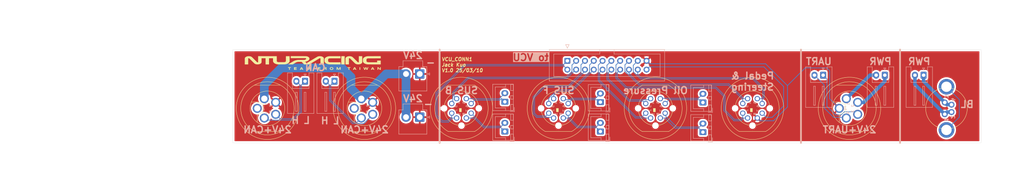
<source format=kicad_pcb>
(kicad_pcb (version 20240108) (generator "pcbnew") (generator_version "8.0")
  (title_block (title "VCU_CONN1") (date "2025-03-10") (rev "1.0") (company "NTURacing") (comment 1 "Jack Kuo"))
  (layers (0 "F.Cu" signal) (31 "B.Cu" signal) (34 "B.Paste" user) (35 "F.Paste" user) (36 "B.SilkS" user "B.Silkscreen") (37 "F.SilkS" user "F.Silkscreen") (38 "B.Mask" user) (39 "F.Mask" user) (44 "Edge.Cuts" user))
  (net 0 "")
  (net 1 "GND")
  (net 2 "/BRAKE_LIGHT+")
  (net 3 "/BRAKE_LIGHT-")
  (net 4 "/oilpressure_shunt_1")
  (net 5 "/suspension_F1")
  (net 6 "/oilpressure_shunt_1_24+")
  (net 7 "/APPS2")
  (net 8 "/oilpressure_shunt_2_24+")
  (net 9 "/suspension_F1_24+")
  (net 10 "/steering")
  (net 11 "/suspension_R1")
  (net 12 "/APPS1")
  (net 13 "/suspension_F2")
  (net 14 "/suspension_F2_24+")
  (net 15 "/APPS1_24+")
  (net 16 "/oilpressure_shunt_2")
  (net 17 "/APPS2_24+")
  (net 18 "/suspension_R2")
  (net 19 "/suspension_R2_24+")
  (net 20 "/steering_24+")
  (net 21 "/suspension_R1_24+")
  (net 22 "/APPSmicro_raw")
  (net 23 "/CANL")
  (net 25 "/CANH")
  (net 26 "Earth")
  (net 27 "GNDPWR")
  (net 28 "+24V")
  (net 29 "/USART6_RX")
  (net 30 "/USART6_TX")
  (net 31 "/RES_GND")
  (net 32 "/RES_PWR")
  (net 33 "/EXT_CANH")
  (net 35 "/EXT_CANL")
  (net 36 "Net-(J15-Pin_2)")
  (net 37 "Net-(J15-Pin_1)")
  (net 38 "Net-(J18-Pin_2)")
  (net 39 "Net-(J18-Pin_1)")
  (net 40 "Net-(J20-Pin_1)")
  (net 41 "Net-(J20-Pin_2)")
  (net 42 "Net-(J16-Pin_2)")
  (net 43 "Net-(J16-Pin_1)")
  (net 44 "Net-(J12-Pin_5)")
  (net 45 "Net-(J12-Pin_8)")
  (net 46 "Net-(J12-Pin_6)")
  (net 47 "Net-(J12-Pin_7)")
  (footprint "nturt_kicad_lib_EP6:NianYeong-M12-X-F4P" (layer "F.Cu") (at 208 100 90)
    (property "Reference" "J17" (hide yes))
    (property "Value" "STEER_PEDAL")
  )
  (footprint "nturt_kicad_lib_EP6:NianYeong-M12-X-F4P" (layer "F.Cu") (at 124 100 90)
    (property "Reference" "J7" (hide yes))
    (property "Value" "SUS_B")
  )
  (footprint "nturt_kicad_lib_EP6:NianYeong-M12-L-F5P" (layer "F.Cu") (at 236 100 90)
    (property "Reference" "J14" (hide yes))
    (property "Value" "24V_UART_4P")
  )
  (footprint "nturt_kicad_lib_EP6:NianYeong-M12-X-F4P" (layer "F.Cu") (at 180 100 90)
    (property "Reference" "J12" (hide yes))
    (property "Value" "Oil Pressure")
  )
  (footprint "nturt_kicad_lib_EP6:NianYeong-M12-X-F4P" (layer "F.Cu") (at 152 100 90)
    (property "Reference" "J6" (hide yes))
    (property "Value" "SUS_F")
  )
  (footprint "nturt_kicad_lib_EP6:NianYeong-M12-L-F5P" (layer "F.Cu") (at 96 100 90)
    (property "Reference" "J10" (hide yes))
    (property "Value" "24V_CAN_4P")
  )
  (footprint "nturt_kicad_lib_EP6:NianYeong-M12-L-F5P" (layer "F.Cu") (at 68 100 90)
    (property "Reference" "J5" (hide yes))
    (property "Value" "24V_CAN_4P")
  )
  (footprint "nturt_kicad_lib_EP6:WP-04F3-26-11" (layer "F.Cu") (at 264 100 -90)
    (property "Reference" "J19" (hide yes))
    (property "Value" "BL_BAK")
  )
  (footprint "Connector_IDC:IDC-Header_2x10_P2.54mm_Vertical" (layer "B.Cu") (at 154.57 86.2475 -90)
    (property "Reference" "J1" (hide yes))
    (property "Value" "VCU")
  )
  (footprint "Connector_JST:JST_XH_S2B-XH-A_1x02_P2.50mm_Horizontal" (layer "B.Cu") (at 257.4 90.4 180)
    (property "Reference" "J3" (hide yes))
    (property "Value" "BRAKE_LIGHT_INBOX")
  )
  (footprint "Connector_JST:JST_XH_B2B-XH-A_1x02_P2.50mm_Vertical" (layer "B.Cu") (at 136.525 98.1 90)
    (property "Reference" "J15" (hide yes))
    (property "Value" "BAK")
  )
  (footprint "Connector_JST:JST_XH_S2B-XH-A_1x02_P2.50mm_Horizontal" (layer "B.Cu") (at 228.4 90.4 180)
    (property "Reference" "J8" (hide yes))
    (property "Value" "USART6")
  )
  (footprint "Connector_JST:JST_XH_S2B-XH-A_1x02_P2.50mm_Horizontal" (layer "B.Cu") (at 246.2 90.4 180)
    (property "Reference" "J9" (hide yes))
    (property "Value" "USART6")
  )
  (footprint "Connector_JST:JST_XH_B2B-XH-A_1x02_P2.50mm_Vertical" (layer "B.Cu") (at 164.1 98.2 90)
    (property "Reference" "J18" (hide yes))
    (property "Value" "BAK")
  )
  (footprint "Connector_JST:JST_XH_B2B-XH-A_1x02_P2.50mm_Vertical" (layer "B.Cu") (at 164.1 106.7 90)
    (property "Reference" "J20" (hide yes))
    (property "Value" "BAK")
  )
  (footprint "Connector_JST:JST_XH_S2B-XH-A_1x02_P2.50mm_Horizontal" (layer "B.Cu") (at 78.85 92.15 180)
    (property "Reference" "J13" (hide yes))
    (property "Value" "CAN")
  )
  (footprint "Connector_JST:JST_XH_S2B-XH-A_1x02_P2.50mm_Horizontal" (layer "B.Cu") (at 87.35 92.15 180)
    (property "Reference" "J11" (hide yes))
    (property "Value" "EXT_CAN")
  )
  (footprint "Connector_JST:JST_XH_B2B-XH-A_1x02_P2.50mm_Vertical" (layer "B.Cu") (at 193.7 98.3 90)
    (property "Reference" "J21" (hide yes))
    (property "Value" "BAK")
  )
  (footprint "Connector_JST:JST_XH_B2B-XH-A_1x02_P2.50mm_Vertical" (layer "B.Cu") (at 193.7 106.9 90)
    (property "Reference" "J22" (hide yes))
    (property "Value" "BAK")
  )
  (footprint "Connector_JST:JST_VH_B2P-VH_1x02_P3.96mm_Vertical" (layer "B.Cu") (at 111.9575 90.05 180)
    (property "Reference" "J2" (hide yes))
    (property "Value" "24+")
  )
  (footprint "Connector_JST:JST_VH_B2P-VH_1x02_P3.96mm_Vertical" (layer "B.Cu") (at 111.9575 102.55 180)
    (property "Reference" "J4" (hide yes))
    (property "Value" "24+")
  )
  (footprint "Connector_JST:JST_XH_B2B-XH-A_1x02_P2.50mm_Vertical" (layer "B.Cu") (at 136.525 106.7 90)
    (property "Reference" "J16" (hide yes))
    (property "Value" "BAK")
  )
  (gr_line (start 117.7 83) (end 117.7 110) (stroke (width 0.5)) (layer "B.SilkS"))
  (gr_line (start 222 83) (end 222 110) (stroke (width 0.5)) (layer "B.SilkS"))
  (gr_line (start 250.6 83) (end 250.6 110) (stroke (width 0.5)) (layer "B.SilkS"))
  (gr_poly (pts (xy 88.108333 88.095108) (xy 88.248032 88.098282) (xy 88.396197 88.375566) (xy 88.454108 88.483797) (xy 88.502296 88.572284) (xy 88.521194 88.606301) (xy 88.5358 88.631997) (xy 88.545494 88.648242) (xy 88.548306 88.652468) (xy 88.549658 88.653908) (xy 88.553486 88.648819) (xy 88.562225 88.634229) (xy 88.592256 88.580618) (xy 88.635382 88.50121) (xy 88.687239 88.404141) (xy 88.786195 88.218668) (xy 88.837521 88.123683) (xy 88.856575 88.092991) (xy 89.131739 88.092991) (xy 89.131739 88.856049) (xy 89.029083 88.852874) (xy 88.925364 88.849699) (xy 88.923248 88.602049) (xy 88.922272 88.506022) (xy 88.920999 88.426763) (xy 88.920281 88.396057) (xy 88.919527 88.372705) (xy 88.918748 88.357762) (xy 88.918353 88.353774) (xy 88.917956 88.352283) (xy 88.916889 88.353192) (xy 88.914524 88.356628) (xy 88.906167 88.370572) (xy 88.876816 88.423191) (xy 88.834168 88.502004) (xy 88.782491 88.598874) (xy 88.650197 88.849699) (xy 88.449114 88.849699) (xy 88.314708 88.595699) (xy 88.29435 88.557695) (xy 88.27607 88.523739) (xy 88.259761 88.493661) (xy 88.24532 88.467294) (xy 88.232639 88.444467) (xy 88.221615 88.425012) (xy 88.21669 88.416496) (xy 88.21214 88.40876) (xy 88.207952 88.401782) (xy 88.204111 88.395542) (xy 88.200605 88.390018) (xy 88.197421 88.385189) (xy 88.194545 88.381034) (xy 88.191965 88.377532) (xy 88.189667 88.374661) (xy 88.187638 88.372401) (xy 88.185864 88.370731) (xy 88.18507 88.37011) (xy 88.184334 88.369629) (xy 88.183655 88.369285) (xy 88.183032 88.369075) (xy 88.182464 88.368996) (xy 88.181947 88.369046) (xy 88.181482 88.369222) (xy 88.181065 88.369523) (xy 88.180697 88.369944) (xy 88.180373 88.370483) (xy 88.180094 88.371138) (xy 88.179858 88.371906) (xy 88.179506 88.373771) (xy 88.179305 88.376056) (xy 88.179241 88.378741) (xy 88.178448 88.468435) (xy 88.176066 88.632741) (xy 88.173949 88.849699) (xy 88.071291 88.852874) (xy 87.967574 88.856049) (xy 87.967574 88.091933)) (stroke (width -0.000001)) (fill solid) (layer "F.SilkS"))
  (gr_poly (pts (xy 77.642291 84.896926) (xy 78.217927 84.897635) (xy 78.444798 84.898408) (xy 78.635979 84.89956) (xy 78.795178 84.901168) (xy 78.926101 84.903307) (xy 79.032455 84.906055) (xy 79.117947 84.909486) (xy 79.154027 84.911481) (xy 79.186283 84.913676) (xy 79.215176 84.91608) (xy 79.24117 84.918703) (xy 79.264729 84.921553) (xy 79.286315 84.924641) (xy 79.306393 84.927975) (xy 79.325425 84.931566) (xy 79.362207 84.939555) (xy 79.400366 84.948683) (xy 79.462354 84.964934) (xy 79.522064 84.983096) (xy 79.579427 85.003117) (xy 79.634373 85.024949) (xy 79.686833 85.048543) (xy 79.736736 85.073848) (xy 79.784013 85.100815) (xy 79.828594 85.129394) (xy 79.870409 85.159535) (xy 79.909389 85.19119) (xy 79.927794 85.20757) (xy 79.945464 85.224309) (xy 79.96239 85.241401) (xy 79.978563 85.258841) (xy 79.993975 85.276622) (xy 80.008618 85.294738) (xy 80.022482 85.313182) (xy 80.035558 85.331949) (xy 80.047838 85.351032) (xy 80.059314 85.370425) (xy 80.069976 85.390122) (xy 80.079816 85.410117) (xy 80.088989 85.430196) (xy 80.092769 85.439245) (xy 80.096055 85.447919) (xy 80.098882 85.456432) (xy 80.101284 85.464997) (xy 80.103296 85.473829) (xy 80.104951 85.483142) (xy 80.106284 85.493149) (xy 80.107329 85.504064) (xy 80.108119 85.516102) (xy 80.108689 85.529477) (xy 80.109305 85.56109) (xy 80.109449 85.600617) (xy 80.108882 85.636451) (xy 80.107879 85.666828) (xy 80.107173 85.680281) (xy 80.106306 85.692741) (xy 80.105263 85.704333) (xy 80.104026 85.715181) (xy 80.102578 85.725409) (xy 80.100903 85.735141) (xy 80.098982 85.7445) (xy 80.096799 85.753612) (xy 80.094337 85.762599) (xy 80.09158 85.771587) (xy 80.088509 85.780698) (xy 80.085107 85.790058) (xy 80.058076 85.853414) (xy 80.024727 85.914817) (xy 79.985241 85.974149) (xy 79.939802 86.031292) (xy 79.888589 86.086128) (xy 79.831784 86.138539) (xy 79.769568 86.188408) (xy 79.702124 86.235616) (xy 79.629631 86.280047) (xy 79.552273 86.321581) (xy 79.470229 86.360102) (xy 79.383682 86.395491) (xy 79.292812 86.42763) (xy 79.197802 86.456403) (xy 79.098832 86.48169) (xy 78.996084 86.503375) (xy 78.897657 86.522425) (xy 79.096625 86.719274) (xy 79.294533 86.917183) (xy 80.829116 85.995375) (xy 81.932429 85.335901) (xy 82.282869 85.128451) (xy 82.429315 85.043933) (xy 82.469712 85.026861) (xy 82.514164 85.009951) (xy 82.561866 84.993462) (xy 82.612011 84.977655) (xy 82.663792 84.962791) (xy 82.716405 84.94913) (xy 82.769043 84.936932) (xy 82.820899 84.926458) (xy 82.854795 84.920877) (xy 82.890805 84.916042) (xy 82.967991 84.908615) (xy 83.050113 84.90419) (xy 83.134828 84.902778) (xy 83.21979 84.904392) (xy 83.302657 84.909045) (xy 83.381084 84.916749) (xy 83.4179 84.921749) (xy 83.452726 84.927516) (xy 83.535377 84.944297) (xy 83.614915 84.96438) (xy 83.691129 84.98762) (xy 83.763809 85.01387) (xy 83.798757 85.028078) (xy 83.832743 85.042985) (xy 83.86574 85.058571) (xy 83.897721 85.074819) (xy 83.92866 85.09171) (xy 83.958531 85.109227) (xy 83.987308 85.12735) (xy 84.014964 85.146062) (xy 84.041473 85.165345) (xy 84.066808 85.18518) (xy 84.090943 85.205549) (xy 84.113852 85.226434) (xy 84.135509 85.247816) (xy 84.155886 85.269678) (xy 84.174958 85.292001) (xy 84.192698 85.314767) (xy 84.209081 85.337958) (xy 84.224079 85.361556) (xy 84.237666 85.385541) (xy 84.249816 85.409897) (xy 84.260503 85.434605) (xy 84.269699 85.459647) (xy 84.27738 85.485004) (xy 84.283518 85.510658) (xy 84.286748 85.536711) (xy 84.289321 85.584345) (xy 84.292645 85.751694) (xy 84.293786 86.027389) (xy 84.293041 86.426117) (xy 84.289866 87.283367) (xy 83.795624 87.286541) (xy 83.300324 87.288658) (xy 83.300324 85.5731) (xy 83.274926 85.5477) (xy 83.270476 85.543521) (xy 83.265674 85.539518) (xy 83.255086 85.532052) (xy 83.243313 85.525324) (xy 83.230508 85.519356) (xy 83.216822 85.51417) (xy 83.202408 85.509786) (xy 83.187417 85.506227) (xy 83.172001 85.503514) (xy 83.156313 85.50167) (xy 83.140503 85.500716) (xy 83.124725 85.500673) (xy 83.109129 85.501563) (xy 83.093869 85.503408) (xy 83.079095 85.506231) (xy 83.06496 85.510051) (xy 83.051616 85.514892) (xy 82.59521 85.784237) (xy 81.549841 86.409183) (xy 80.085107 87.288658) (xy 78.596033 87.288658) (xy 78.225616 86.918241) (xy 77.8552 86.547825) (xy 77.384241 86.547825) (xy 77.192797 86.548472) (xy 77.036364 86.550818) (xy 76.969227 86.552818) (xy 76.908382 86.555471) (xy 76.85301 86.558852) (xy 76.802291 86.563038) (xy 76.755403 86.568105) (xy 76.711528 86.574128) (xy 76.669845 86.581184) (xy 76.629534 86.589348) (xy 76.589775 86.598696) (xy 76.549748 86.609305) (xy 76.508633 86.62125) (xy 76.465609 86.634608) (xy 76.409535 86.653178) (xy 76.356947 86.673039) (xy 76.301507 86.697562) (xy 76.236876 86.730123) (xy 76.156718 86.774093) (xy 76.054694 86.832847) (xy 75.7597 87.0082) (xy 75.291917 87.288658) (xy 74.621991 87.286541) (xy 73.952067 87.283367) (xy 74.718299 86.822991) (xy 75.20037 86.53443) (xy 75.36146 86.438903) (xy 75.481622 86.368702) (xy 75.570134 86.318443) (xy 75.60542 86.299111) (xy 75.636272 86.282745) (xy 75.663849 86.268674) (xy 75.689312 86.256225) (xy 75.738533 86.2335) (xy 75.790134 86.2115) (xy 75.844303 86.190011) (xy 75.959014 86.148916) (xy 76.080001 86.110921) (xy 76.204597 86.076734) (xy 76.330136 86.047062) (xy 76.453951 86.02261) (xy 76.573375 86.004088) (xy 76.630607 85.99727) (xy 76.685742 85.9922) (xy 76.717557 85.989058) (xy 76.745801 85.986114) (xy 76.757592 85.984779) (xy 76.767299 85.983568) (xy 76.774525 85.982505) (xy 76.777084 85.982038) (xy 76.778875 85.981616) (xy 76.85524 85.979434) (xy 77.053248 85.977648) (xy 77.694334 85.975266) (xy 78.011726 85.974384) (xy 78.25644 85.972968) (xy 78.355156 85.971893) (xy 78.440036 85.970485) (xy 78.512527 85.968677) (xy 78.574072 85.966403) (xy 78.626118 85.963595) (xy 78.670108 85.960187) (xy 78.707487 85.956113) (xy 78.739701 85.951305) (xy 78.768194 85.945697) (xy 78.794412 85.939223) (xy 78.819798 85.931816) (xy 78.845798 85.923408) (xy 78.880432 85.910739) (xy 78.913617 85.896615) (xy 78.945242 85.881146) (xy 78.975197 85.864439) (xy 79.003372 85.846604) (xy 79.029658 85.827749) (xy 79.053943 85.807982) (xy 79.076119 85.787412) (xy 79.086381 85.77686) (xy 79.096075 85.766148) (xy 79.105186 85.755289) (xy 79.1137 85.744298) (xy 79.121605 85.733187) (xy 79.128886 85.72197) (xy 79.135529 85.710661) (xy 79.141521 85.699273) (xy 79.146848 85.68782) (xy 79.151496 85.676316) (xy 79.155451 85.664773) (xy 79.1587 85.653207) (xy 79.161229 85.641629) (xy 79.163024 85.630054) (xy 79.164072 85.618495) (xy 79.164358 85.606967) (xy 79.163992 85.596627) (xy 79.163269 85.587003) (xy 79.162151 85.578043) (xy 79.161433 85.573795) (xy 79.160604 85.569693) (xy 79.159658 85.565731) (xy 79.158592 85.561902) (xy 79.157401 85.558199) (xy 79.156079 85.554616) (xy 79.154624 85.551146) (xy 79.15303 85.547783) (xy 79.151293 85.54452) (xy 79.149409 85.54135) (xy 79.147373 85.538267) (xy 79.14518 85.535264) (xy 79.142827 85.532335) (xy 79.140308 85.529472) (xy 79.137619 85.526671) (xy 79.134757 85.523923) (xy 79.131715 85.521222) (xy 79.128491 85.518562) (xy 79.125078 85.515937) (xy 79.121474 85.513339) (xy 79.113672 85.508198) (xy 79.105048 85.503089) (xy 79.095567 85.497958) (xy 79.051116 85.473617) (xy 76.884708 85.470441) (xy 74.717241 85.468325) (xy 74.717241 84.896825) (xy 76.879416 84.896825)) (stroke (width -0.000001)) (fill solid) (layer "F.SilkS"))
  (gr_poly (pts (xy 90.295905 84.897883) (xy 90.295905 87.288658) (xy 89.301075 87.288658) (xy 89.301075 86.10015) (xy 89.301637 85.63779) (xy 89.303191 85.257981) (xy 89.305538 85.000012) (xy 89.306947 84.928997) (xy 89.30848 84.903175) (xy 89.320001 84.90199) (xy 89.350038 84.900843) (xy 89.457575 84.898809) (xy 89.614919 84.897371) (xy 89.805897 84.896825)) (stroke (width -0.000001)) (fill solid) (layer "F.SilkS"))
  (gr_poly (pts (xy 98.668381 88.464466) (xy 98.807023 88.729578) (xy 98.849951 88.812426) (xy 98.861865 88.835953) (xy 98.866288 88.845466) (xy 98.866336 88.845959) (xy 98.866087 88.846445) (xy 98.864726 88.847394) (xy 98.862261 88.84831) (xy 98.858748 88.849186) (xy 98.848802 88.850805) (xy 98.835334 88.852213) (xy 98.818789 88.853372) (xy 98.799616 88.854247) (xy 98.778259 88.854799) (xy 98.755165 88.854991) (xy 98.639809 88.854991) (xy 98.603821 88.780907) (xy 98.567841 88.706824) (xy 98.1498 88.706824) (xy 98.114875 88.777733) (xy 98.079949 88.849699) (xy 97.966706 88.852874) (xy 97.943563 88.85317) (xy 97.922057 88.853255) (xy 97.902636 88.853116) (xy 97.885744 88.852742) (xy 97.871829 88.85212) (xy 97.866127 88.851712) (xy 97.861337 88.851237) (xy 97.857514 88.850695) (xy 97.854715 88.850082) (xy 97.853716 88.849749) (xy 97.852994 88.849398) (xy 97.852556 88.849029) (xy 97.852408 88.848641) (xy 97.867076 88.818264) (xy 97.907045 88.739765) (xy 98.00503 88.550588) (xy 98.235497 88.550588) (xy 98.23581 88.550984) (xy 98.237421 88.55177) (xy 98.24029 88.552544) (xy 98.244354 88.5533) (xy 98.255801 88.55473) (xy 98.271242 88.556012) (xy 98.290155 88.557095) (xy 98.31202 88.55793) (xy 98.336316 88.558467) (xy 98.362521 88.558658) (xy 98.493757 88.558658) (xy 98.429197 88.426366) (xy 98.416344 88.400019) (xy 98.404161 88.375334) (xy 98.392921 88.352882) (xy 98.382896 88.333233) (xy 98.374359 88.316957) (xy 98.367583 88.304625) (xy 98.364941 88.300116) (xy 98.362841 88.296807) (xy 98.361317 88.294769) (xy 98.360783 88.29425) (xy 98.360405 88.294074) (xy 98.358491 88.296474) (xy 98.354519 88.3033) (xy 98.341489 88.327991) (xy 98.302728 88.405861) (xy 98.261585 88.491867) (xy 98.245577 88.526728) (xy 98.235523 88.550191) (xy 98.235497 88.550588) (xy 98.00503 88.550588) (xy 98.038674 88.485632) (xy 98.235523 88.110983) (xy 98.237053 88.108165) (xy 98.238934 88.105652) (xy 98.241267 88.103427) (xy 98.244155 88.101474) (xy 98.247701 88.099775) (xy 98.252006 88.098314) (xy 98.257173 88.097072) (xy 98.263305 88.096034) (xy 98.270503 88.095181) (xy 98.27887 88.094498) (xy 98.29952 88.09357) (xy 98.326074 88.093113) (xy 98.35935 88.092991) (xy 98.474706 88.092991)) (stroke (width -0.000001)) (fill solid) (layer "F.SilkS"))
  (gr_poly (pts (xy 100.243183 88.353341) (xy 100.498238 88.613691) (xy 100.498238 88.092991) (xy 100.699324 88.092991) (xy 100.699324 88.854991) (xy 100.479188 88.854991) (xy 100.224133 88.592524) (xy 99.969074 88.331116) (xy 99.969074 88.854991) (xy 99.767988 88.854991) (xy 99.767988 88.092991) (xy 99.988124 88.092991)) (stroke (width -0.000001)) (fill solid) (layer "F.SilkS"))
  (gr_poly (pts (xy 68 84.9) (xy 70.690284 84.902117) (xy 70.695575 85.632367) (xy 70.700867 86.362617) (xy 70.729442 86.412358) (xy 70.73617 86.422904) (xy 70.743281 86.433128) (xy 70.750811 86.443054) (xy 70.758795 86.452707) (xy 70.767268 86.462112) (xy 70.776267 86.471294) (xy 70.785828 86.480277) (xy 70.795985 86.489087) (xy 70.806775 86.497748) (xy 70.818233 86.506285) (xy 70.830394 86.514723) (xy 70.843296 86.523086) (xy 70.856972 86.5314) (xy 70.871459 86.539689) (xy 70.886793 86.547978) (xy 70.903008 86.556291) (xy 70.951526 86.580608) (xy 70.996472 86.598625) (xy 71.022164 86.605565) (xy 71.052432 86.611283) (xy 71.133989 86.619527) (xy 71.255731 86.624298) (xy 71.432241 86.626538) (xy 72.007909 86.6272) (xy 72.289576 86.627119) (xy 72.50726 86.626753) (xy 72.6701 86.625916) (xy 72.733811 86.625263) (xy 72.787239 86.624422) (xy 72.831526 86.62337) (xy 72.867815 86.622084) (xy 72.897248 86.62054) (xy 72.920969 86.618716) (xy 72.940119 86.616589) (xy 72.955842 86.614134) (xy 72.96928 86.611328) (xy 72.981575 86.60815) (xy 73.009616 86.599575) (xy 73.036933 86.590154) (xy 73.063447 86.579933) (xy 73.089079 86.568958) (xy 73.113749 86.557277) (xy 73.137379 86.544935) (xy 73.159891 86.531979) (xy 73.181203 86.518456) (xy 73.201238 86.504412) (xy 73.219917 86.489894) (xy 73.23716 86.474947) (xy 73.252888 86.459619) (xy 73.26016 86.451827) (xy 73.267023 86.443957) (xy 73.273468 86.436014) (xy 73.279485 86.428006) (xy 73.285064 86.419937) (xy 73.290195 86.411813) (xy 73.294868 86.403641) (xy 73.299074 86.395425) (xy 73.306414 86.378554) (xy 73.311956 86.3563) (xy 73.315985 86.320006) (xy 73.318786 86.261016) (xy 73.321845 86.040321) (xy 73.323416 85.624958) (xy 73.325533 84.902117) (xy 74.405033 84.902117) (xy 74.405033 86.40495) (xy 74.380693 86.479033) (xy 74.373434 86.499562) (xy 74.365539 86.519889) (xy 74.356989 86.540032) (xy 74.347768 86.560012) (xy 74.337859 86.57985) (xy 74.327245 86.599565) (xy 74.315908 86.619178) (xy 74.303831 86.638709) (xy 74.290998 86.658178) (xy 74.277391 86.677605) (xy 74.262994 86.69701) (xy 74.247789 86.716414) (xy 74.231759 86.735836) (xy 74.214887 86.755297) (xy 74.197156 86.774817) (xy 74.17855 86.794416) (xy 74.134567 86.837586) (xy 74.087581 86.878973) (xy 74.03764 86.91856) (xy 73.984792 86.956325) (xy 73.929086 86.992248) (xy 73.870569 87.026309) (xy 73.809289 87.058488) (xy 73.745295 87.088765) (xy 73.678634 87.11712) (xy 73.609355 87.143532) (xy 73.537505 87.167981) (xy 73.463133 87.190448) (xy 73.386287 87.210912) (xy 73.307015 87.229352) (xy 73.225364 87.245749) (xy 73.141384 87.260083) (xy 73.035881 87.273544) (xy 72.970454 87.277682) (xy 72.879975 87.280456) (xy 72.57405 87.283003) (xy 72.018491 87.283367) (xy 71.553668 87.282705) (xy 71.378996 87.281804) (xy 71.238368 87.280456) (xy 71.128448 87.278612) (xy 71.0459 87.276222) (xy 70.987388 87.273238) (xy 70.949576 87.269608) (xy 70.857505 87.255793) (xy 70.768243 87.239756) (xy 70.681817 87.221504) (xy 70.598258 87.201048) (xy 70.517595 87.178396) (xy 70.439857 87.153559) (xy 70.365075 87.126545) (xy 70.293276 87.097364) (xy 70.224491 87.066025) (xy 70.15875 87.032537) (xy 70.096081 86.99691) (xy 70.036515 86.959153) (xy 69.98008 86.919275) (xy 69.926806 86.877285) (xy 69.876722 86.833193) (xy 69.829859 86.787008) (xy 69.812139 86.768193) (xy 69.795457 86.749791) (xy 69.779757 86.731721) (xy 69.764986 86.7139) (xy 69.75109 86.696248) (xy 69.738013 86.67868) (xy 69.725703 86.661115) (xy 69.714104 86.643472) (xy 69.703162 86.625667) (xy 69.692823 86.607618) (xy 69.683034 86.589245) (xy 69.673738 86.570463) (xy 69.664883 86.551192) (xy 69.656414 86.531348) (xy 69.648277 86.51085) (xy 69.640417 86.489616) (xy 69.610783 86.40495) (xy 69.607609 85.951983) (xy 69.604433 85.500075) (xy 68.451909 85.500075) (xy 68.451909 87.288658) (xy 67.457075 87.288658) (xy 67.457075 85.500075) (xy 66.303492 85.500075) (xy 66.303492 86.075808) (xy 66.303327 86.290848) (xy 66.302934 86.378301) (xy 66.302169 86.453898) (xy 66.300908 86.518778) (xy 66.299027 86.574084) (xy 66.297815 86.598504) (xy 66.296402 86.620957) (xy 66.294772 86.641587) (xy 66.292909 86.660537) (xy 66.290798 86.677949) (xy 66.288423 86.693966) (xy 66.28577 86.708729) (xy 66.282821 86.722383) (xy 66.279563 86.73507) (xy 66.275979 86.746932) (xy 66.272055 86.758111) (xy 66.267773 86.768752) (xy 66.26312 86.778995) (xy 66.258079 86.788984) (xy 66.252635 86.798861) (xy 66.246772 86.80877) (xy 66.233729 86.82925) (xy 66.218825 86.851566) (xy 66.187915 86.893935) (xy 66.15282 86.934484) (xy 66.113669 86.973154) (xy 66.070593 87.009886) (xy 66.023721 87.044622) (xy 65.973185 87.077301) (xy 65.919114 87.107866) (xy 65.861638 87.136258) (xy 65.800888 87.162417) (xy 65.736995 87.186285) (xy 65.670087 87.207802) (xy 65.600296 87.226911) (xy 65.527752 87.243551) (xy 65.452584 87.257665) (xy 65.374924 87.269192) (xy 65.294901 87.278075) (xy 65.24031 87.282297) (xy 65.185005 87.284665) (xy 65.129164 87.285209) (xy 65.072965 87.283962) (xy 65.016586 87.280953) (xy 64.960205 87.276214) (xy 64.904001 87.269777) (xy 64.848152 87.261671) (xy 64.792836 87.251928) (xy 64.738232 87.240578) (xy 64.684517 87.227654) (xy 64.631871 87.213186) (xy 64.580472 87.197204) (xy 64.530497 87.179741) (xy 64.482125 87.160826) (xy 64.435534 87.140492) (xy 64.383417 87.114715) (xy 64.33233 87.083705) (xy 64.304053 87.063393) (xy 64.272288 87.038358) (xy 64.193308 86.96957) (xy 64.085406 86.868239) (xy 63.938597 86.725261) (xy 63.488326 86.27795) (xy 63.306518 86.096491) (xy 63.150271 85.941301) (xy 63.018754 85.81156) (xy 62.911137 85.70645) (xy 62.826588 85.625152) (xy 62.764277 85.566849) (xy 62.741201 85.546064) (xy 62.723372 85.530721) (xy 62.710687 85.520717) (xy 62.703043 85.51595) (xy 62.688732 85.510899) (xy 62.673686 85.506849) (xy 62.658064 85.503781) (xy 62.642023 85.501679) (xy 62.625722 85.500526) (xy 62.609318 85.500304) (xy 62.59297 85.500997) (xy 62.576836 85.502588) (xy 62.561074 85.50506) (xy 62.545843 85.508395) (xy 62.5313 85.512576) (xy 62.517603 85.517587) (xy 62.504911 85.52341) (xy 62.498991 85.526621) (xy 62.493381 85.530028) (xy 62.488102 85.533631) (xy 62.483172 85.537425) (xy 62.478613 85.54141) (xy 62.474443 85.545583) (xy 62.451159 85.569925) (xy 62.449043 86.427175) (xy 62.445867 87.283367) (xy 61.951626 87.286541) (xy 61.456326 87.288658) (xy 61.456326 86.40495) (xy 61.456411 86.119425) (xy 61.456806 85.902126) (xy 61.457185 85.815855) (xy 61.457721 85.742795) (xy 61.45844 85.681662) (xy 61.459369 85.631176) (xy 61.460533 85.590053) (xy 61.461959 85.557012) (xy 61.462778 85.543121) (xy 61.463673 85.53077) (xy 61.464647 85.519799) (xy 61.465702 85.510046) (xy 61.466843 85.501353) (xy 61.468072 85.493558) (xy 61.469393 85.486501) (xy 61.47081 85.480022) (xy 61.473941 85.468158) (xy 61.477493 85.456683) (xy 61.498749 85.404157) (xy 61.52625 85.353429) (xy 61.559767 85.304637) (xy 61.599069 85.257915) (xy 61.643927 85.213401) (xy 61.694112 85.171231) (xy 61.749394 85.131541) (xy 61.809545 85.094469) (xy 61.874333 85.060149) (xy 61.943531 85.02872) (xy 62.016909 85.000316) (xy 62.094236 84.975075) (xy 62.175285 84.953134) (xy 62.259824 84.934627) (xy 62.347626 84.919693) (xy 62.438459 84.908467) (xy 62.483565 84.904928) (xy 62.538158 84.902977) (xy 62.599026 84.902513) (xy 62.662958 84.90344) (xy 62.726741 84.905655) (xy 62.787163 84.909062) (xy 62.841012 84.91356) (xy 62.885076 84.91905) (xy 62.927087 84.925984) (xy 62.968211 84.933693) (xy 63.008475 84.942183) (xy 63.04791 84.951461) (xy 63.086545 84.961533) (xy 63.12441 84.972405) (xy 63.161534 84.984083) (xy 63.197946 84.996573) (xy 63.233676 85.009881) (xy 63.268753 85.024015) (xy 63.303207 85.038979) (xy 63.337067 85.054781) (xy 63.370363 85.071426) (xy 63.403124 85.08892) (xy 63.435379 85.107271) (xy 63.467159 85.126483) (xy 63.492908 85.147327) (xy 63.541788 85.191835) (xy 63.705416 85.348469) (xy 63.950999 85.589636) (xy 64.271492 85.908592) (xy 64.453604 86.090005) (xy 64.609994 86.245075) (xy 64.741529 86.374647) (xy 64.849078 86.479562) (xy 64.933509 86.560665) (xy 64.99569 86.618799) (xy 65.018708 86.639516) (xy 65.03649 86.654807) (xy 65.049142 86.664778) (xy 65.056776 86.669533) (xy 65.070819 86.674584) (xy 65.085481 86.678634) (xy 65.100636 86.681702) (xy 65.116158 86.683804) (xy 65.131922 86.684957) (xy 65.147803 86.685179) (xy 65.163674 86.684485) (xy 65.17941 86.682894) (xy 65.194886 86.680423) (xy 65.209975 86.677088) (xy 65.224554 86.672907) (xy 65.238495 86.667896) (xy 65.251673 86.662073) (xy 65.263963 86.655454) (xy 65.275239 86.648058) (xy 65.280457 86.644073) (xy 65.285375 86.6399) (xy 65.308659 86.618733) (xy 65.308659 84.896825)) (stroke (width -0.000001)) (fill solid) (layer "F.SilkS"))
  (gr_poly (pts (xy 95.365323 85.778416) (xy 95.365205 86.033096) (xy 95.364777 86.236096) (xy 95.363928 86.393579) (xy 95.362545 86.511709) (xy 95.360517 86.596651) (xy 95.359226 86.628602) (xy 95.357733 86.654567) (xy 95.356022 86.675318) (xy 95.35408 86.691623) (xy 95.351893 86.704255) (xy 95.349448 86.713983) (xy 95.338628 86.746022) (xy 95.325457 86.777432) (xy 95.309998 86.808181) (xy 95.292311 86.838242) (xy 95.250501 86.896181) (xy 95.200521 86.951016) (xy 95.142865 87.002516) (xy 95.078024 87.050446) (xy 95.006492 87.094575) (xy 94.928761 87.13467) (xy 94.845326 87.170499) (xy 94.756679 87.201829) (xy 94.663312 87.228428) (xy 94.56572 87.250062) (xy 94.464394 87.2665) (xy 94.359828 87.277508) (xy 94.252515 87.282855) (xy 94.142947 87.282308) (xy 94.08964 87.279864) (xy 94.037258 87.276099) (xy 93.985784 87.271006) (xy 93.935201 87.264581) (xy 93.885493 87.256816) (xy 93.836642 87.247705) (xy 93.788632 87.237243) (xy 93.741444 87.225423) (xy 93.695063 87.212238) (xy 93.64947 87.197683) (xy 93.60465 87.181751) (xy 93.560584 87.164436) (xy 93.517257 87.145732) (xy 93.47465 87.125633) (xy 93.432747 87.104133) (xy 93.39153 87.081224) (xy 93.361509 87.061823) (xy 93.323997 87.032574) (xy 93.272097 86.986905) (xy 93.198915 86.918241) (xy 92.961121 86.685639) (xy 92.555449 86.282183) (xy 92.214781 85.94398) (xy 92.082343 85.813523) (xy 91.974027 85.707773) (xy 91.888978 85.625934) (xy 91.82634 85.567213) (xy 91.803158 85.546274) (xy 91.785257 85.530816) (xy 91.772531 85.520741) (xy 91.764872 85.51595) (xy 91.757281 85.513137) (xy 91.749408 85.510647) (xy 91.741283 85.508477) (xy 91.732933 85.506619) (xy 91.724388 85.50507) (xy 91.715676 85.503825) (xy 91.697868 85.502225) (xy 91.679737 85.501778) (xy 91.661513 85.502444) (xy 91.643425 85.504183) (xy 91.625703 85.506954) (xy 91.608577 85.510718) (xy 91.592275 85.515433) (xy 91.577027 85.52106) (xy 91.569871 85.524203) (xy 91.563064 85.527558) (xy 91.556635 85.531122) (xy 91.550613 85.534888) (xy 91.545027 85.538851) (xy 91.539905 85.543008) (xy 91.535276 85.547351) (xy 91.531169 85.551878) (xy 91.527612 85.556582) (xy 91.524634 85.561458) (xy 91.521702 85.579055) (xy 91.519241 85.62127) (xy 91.515635 85.782782) (xy 91.513617 86.052442) (xy 91.512989 86.4367) (xy 91.512989 87.289717) (xy 91.015572 87.288658) (xy 90.518159 87.287599) (xy 90.518159 86.410241) (xy 90.518243 86.128977) (xy 90.518638 85.914313) (xy 90.519018 85.828832) (xy 90.519554 85.756253) (xy 90.520273 85.695326) (xy 90.521201 85.644802) (xy 90.522365 85.60343) (xy 90.523791 85.569962) (xy 90.525505 85.543148) (xy 90.527533 85.521738) (xy 90.528674 85.512669) (xy 90.529903 85.504482) (xy 90.531224 85.497022) (xy 90.53264 85.490132) (xy 90.535771 85.477438) (xy 90.539322 85.46515) (xy 90.549547 85.435912) (xy 90.561933 85.406968) (xy 90.576433 85.378362) (xy 90.593002 85.350139) (xy 90.611591 85.322343) (xy 90.632156 85.295021) (xy 90.65465 85.268216) (xy 90.679025 85.241974) (xy 90.705236 85.216339) (xy 90.733236 85.191358) (xy 90.762978 85.167074) (xy 90.794416 85.143532) (xy 90.827504 85.120778) (xy 90.862195 85.098857) (xy 90.898442 85.077813) (xy 90.936199 85.057691) (xy 90.961406 85.045586) (xy 90.989225 85.033523) (xy 91.019391 85.021573) (xy 91.051639 85.009802) (xy 91.121322 84.987073) (xy 91.196151 84.965881) (xy 91.274007 84.946773) (xy 91.352767 84.930295) (xy 91.430313 84.916991) (xy 91.504522 84.907408) (xy 91.548975 84.904175) (xy 91.602568 84.902381) (xy 91.662337 84.901976) (xy 91.725318 84.90291) (xy 91.788548 84.905134) (xy 91.849061 84.908599) (xy 91.903895 84.913254) (xy 91.950084 84.91905) (xy 91.995286 84.926634) (xy 92.043613 84.936463) (xy 92.093925 84.948202) (xy 92.145081 84.961515) (xy 92.195939 84.97607) (xy 92.245358 84.991529) (xy 92.292197 85.007559) (xy 92.335316 85.023825) (xy 92.405077 85.053365) (xy 92.436721 85.068699) (xy 92.468153 85.086118) (xy 92.500831 85.106904) (xy 92.536215 85.132339) (xy 92.575762 85.163706) (xy 92.620933 85.202286) (xy 92.733979 85.306216) (xy 92.887022 85.454385) (xy 93.359783 85.924466) (xy 93.650725 86.212697) (xy 93.892652 86.449929) (xy 93.987484 86.541793) (xy 94.060761 86.611755) (xy 94.109382 86.656763) (xy 94.123478 86.668956) (xy 94.130247 86.673766) (xy 94.136625 86.676021) (xy 94.143241 86.678025) (xy 94.157107 86.681297) (xy 94.171673 86.68361) (xy 94.18677 86.684995) (xy 94.202226 86.68548) (xy 94.217871 86.685096) (xy 94.233535 86.683871) (xy 94.249046 86.681836) (xy 94.264236 86.679019) (xy 94.278932 86.675451) (xy 94.292965 86.67116) (xy 94.306163 86.666176) (xy 94.318357 86.660529) (xy 94.329376 86.654247) (xy 94.334391 86.650878) (xy 94.339049 86.647361) (xy 94.343327 86.6437) (xy 94.347205 86.6399) (xy 94.370489 86.615558) (xy 94.372606 85.758308) (xy 94.375781 84.902117) (xy 94.871081 84.9) (xy 95.365323 84.897883)) (stroke (width -0.000001)) (fill solid) (layer "F.SilkS"))
  (gr_poly (pts (xy 91.957488 88.262324) (xy 91.639991 88.262324) (xy 91.639991 88.856049) (xy 91.537331 88.852874) (xy 91.433616 88.849699) (xy 91.430441 88.555483) (xy 91.428325 88.262324) (xy 91.110823 88.262324) (xy 91.110823 88.092991) (xy 91.957488 88.092991)) (stroke (width -0.000001)) (fill solid) (layer "F.SilkS"))
  (gr_poly (pts (xy 77.846631 88.093041) (xy 77.859428 88.09319) (xy 77.871376 88.093438) (xy 77.882484 88.093785) (xy 77.892761 88.094231) (xy 77.902216 88.094777) (xy 77.910859 88.095422) (xy 77.918699 88.096166) (xy 77.925745 88.097009) (xy 77.932007 88.097952) (xy 77.937493 88.098994) (xy 77.942214 88.100135) (xy 77.946178 88.101375) (xy 77.947879 88.102032) (xy 77.949395 88.102714) (xy 77.950726 88.103421) (xy 77.951874 88.104153) (xy 77.95284 88.10491) (xy 77.953624 88.105691) (xy 77.967714 88.130628) (xy 77.998868 88.188506) (xy 78.042326 88.270592) (xy 78.093325 88.368157) (xy 78.203127 88.578766) (xy 78.251083 88.669981) (xy 78.285942 88.735399) (xy 78.348383 88.854991) (xy 78.11555 88.854991) (xy 78.079566 88.783025) (xy 78.043584 88.712116) (xy 77.836151 88.708941) (xy 77.627658 88.706824) (xy 77.590616 88.780907) (xy 77.553574 88.854991) (xy 77.442449 88.854991) (xy 77.421682 88.854933) (xy 77.403365 88.854724) (xy 77.387392 88.854314) (xy 77.380252 88.854018) (xy 77.373658 88.853651) (xy 77.367597 88.853209) (xy 77.362057 88.852685) (xy 77.357023 88.852072) (xy 77.352483 88.851363) (xy 77.348424 88.850553) (xy 77.344832 88.849635) (xy 77.341694 88.848603) (xy 77.338998 88.84745) (xy 77.336729 88.84617) (xy 77.334875 88.844757) (xy 77.334099 88.843998) (xy 77.333422 88.843203) (xy 77.332843 88.842372) (xy 77.332358 88.841503) (xy 77.331968 88.840596) (xy 77.331669 88.839651) (xy 77.331342 88.837639) (xy 77.331364 88.835462) (xy 77.331722 88.833113) (xy 77.332402 88.830586) (xy 77.333391 88.827874) (xy 77.334676 88.824971) (xy 77.336245 88.82187) (xy 77.338083 88.818566) (xy 77.340178 88.815052) (xy 77.345084 88.807366) (xy 77.36415 88.773714) (xy 77.404747 88.697696) (xy 77.477367 88.558658) (xy 77.701741 88.558658) (xy 77.834033 88.558658) (xy 77.860684 88.558561) (xy 77.885511 88.558277) (xy 77.907982 88.55782) (xy 77.927563 88.557202) (xy 77.943721 88.556436) (xy 77.955923 88.555532) (xy 77.960374 88.555033) (xy 77.963635 88.554505) (xy 77.965641 88.553949) (xy 77.966152 88.55366) (xy 77.966324 88.553366) (xy 77.965028 88.549635) (xy 77.961314 88.541179) (xy 77.947672 88.512223) (xy 77.927481 88.470766) (xy 77.902825 88.421074) (xy 77.877971 88.371763) (xy 77.866939 88.350195) (xy 77.857184 88.331381) (xy 77.848968 88.31584) (xy 77.84255 88.304095) (xy 77.838191 88.296666) (xy 77.836865 88.294733) (xy 77.836429 88.29424) (xy 77.836151 88.294074) (xy 77.83441 88.296764) (xy 77.830164 88.304476) (xy 77.815248 88.332836) (xy 77.767358 88.426366) (xy 77.701741 88.558658) (xy 77.477367 88.558658) (xy 77.527117 88.463408) (xy 77.59275 88.336093) (xy 77.648957 88.228325) (xy 77.708091 88.116274) (xy 77.710807 88.112525) (xy 77.7135 88.109197) (xy 77.716321 88.106266) (xy 77.719418 88.103707) (xy 77.722944 88.101495) (xy 77.727048 88.099606) (xy 77.731881 88.098014) (xy 77.737592 88.096695) (xy 77.744333 88.095625) (xy 77.752254 88.094777) (xy 77.761505 88.094128) (xy 77.772236 88.093653) (xy 77.798742 88.093123) (xy 77.832974 88.092991)) (stroke (width -0.000001)) (fill solid) (layer "F.SilkS"))
  (gr_poly (pts (xy 76.442325 88.262324) (xy 75.894109 88.262324) (xy 75.889875 88.320533) (xy 75.8867 88.378741) (xy 76.410574 88.378741) (xy 76.410574 88.548074) (xy 75.891992 88.548074) (xy 75.891992 88.606282) (xy 75.891945 88.618044) (xy 75.89181 88.629334) (xy 75.891602 88.63988) (xy 75.891331 88.64941) (xy 75.89101 88.657649) (xy 75.890653 88.664325) (xy 75.89027 88.669167) (xy 75.890074 88.670814) (xy 75.889875 88.671899) (xy 75.890943 88.672891) (xy 75.894844 88.67388) (xy 75.910578 88.675835) (xy 75.935937 88.677741) (xy 75.969779 88.679572) (xy 76.058348 88.682913) (xy 76.167158 88.685658) (xy 76.447617 88.690949) (xy 76.447617 88.849699) (xy 76.059208 88.852874) (xy 75.669741 88.854991) (xy 75.669741 88.092991) (xy 76.442325 88.092991)) (stroke (width -0.000001)) (fill solid) (layer "F.SilkS"))
  (gr_poly (pts (xy 80.267142 88.095108) (xy 80.405782 88.098282) (xy 80.405782 88.849699) (xy 80.303126 88.852874) (xy 80.199407 88.856049) (xy 80.199407 88.331116) (xy 80.062884 88.590408) (xy 79.926357 88.849699) (xy 79.826876 88.852874) (xy 79.727393 88.856049) (xy 79.590865 88.596757) (xy 79.453282 88.337466) (xy 79.450107 88.596757) (xy 79.44799 88.856049) (xy 79.344274 88.852874) (xy 79.241616 88.849699) (xy 79.238441 88.484574) (xy 79.238044 88.3416) (xy 79.238441 88.222637) (xy 79.239631 88.140186) (xy 79.240524 88.11656) (xy 79.241045 88.10983) (xy 79.241616 88.106749) (xy 79.242627 88.104851) (xy 79.244497 88.103119) (xy 79.247267 88.10155) (xy 79.250976 88.100135) (xy 79.255664 88.098869) (xy 79.261373 88.097745) (xy 79.276013 88.095901) (xy 79.295216 88.094554) (xy 79.319306 88.093653) (xy 79.348605 88.093148) (xy 79.383434 88.092991) (xy 79.521018 88.092991) (xy 79.6713 88.374508) (xy 79.692908 88.414965) (xy 79.71255 88.451512) (xy 79.73032 88.484303) (xy 79.74631 88.513496) (xy 79.760613 88.539248) (xy 79.773322 88.561715) (xy 79.784531 88.581053) (xy 79.794332 88.597419) (xy 79.802818 88.61097) (xy 79.806597 88.616739) (xy 79.810083 88.621862) (xy 79.813286 88.62636) (xy 79.816219 88.630252) (xy 79.818893 88.633558) (xy 79.821319 88.636296) (xy 79.82351 88.638488) (xy 79.825477 88.640152) (xy 79.827232 88.641307) (xy 79.828786 88.641974) (xy 79.829491 88.642131) (xy 79.83015 88.642173) (xy 79.830765 88.642102) (xy 79.831337 88.641921) (xy 79.831868 88.641633) (xy 79.832359 88.64124) (xy 79.833226 88.640149) (xy 79.849034 88.613129) (xy 79.883495 88.550985) (xy 79.987741 88.358632) (xy 80.12956 88.091933)) (stroke (width -0.000001)) (fill solid) (layer "F.SilkS"))
  (gr_poly (pts (xy 89.084117 84.902117) (xy 89.084117 85.526533) (xy 87.52625 85.52865) (xy 86.960619 85.529702) (xy 86.733957 85.530303) (xy 86.540727 85.531114) (xy 86.377927 85.532253) (xy 86.242552 85.53384) (xy 86.131601 85.535995) (xy 86.084346 85.537322) (xy 86.04207 85.538836) (xy 86.004399 85.540552) (xy 85.970957 85.542484) (xy 85.941368 85.544647) (xy 85.915258 85.547057) (xy 85.892251 85.549728) (xy 85.871971 85.552675) (xy 85.854043 85.555913) (xy 85.838092 85.559457) (xy 85.823743 85.563322) (xy 85.810619 85.567523) (xy 85.798347 85.572075) (xy 85.786549 85.576992) (xy 85.762879 85.587983) (xy 85.736606 85.600617) (xy 85.717933 85.609678) (xy 85.700375 85.618635) (xy 85.683884 85.627533) (xy 85.66841 85.636418) (xy 85.653904 85.645333) (xy 85.640315 85.654325) (xy 85.627595 85.663437) (xy 85.615693 85.672715) (xy 85.604559 85.682205) (xy 85.594146 85.691949) (xy 85.584402 85.701995) (xy 85.575278 85.712386) (xy 85.566724 85.723168) (xy 85.558692 85.734386) (xy 85.55113 85.746084) (xy 85.54399 85.758308) (xy 85.51224 85.812283) (xy 85.51224 86.090625) (xy 85.512362 86.172809) (xy 85.512819 86.238312) (xy 85.513215 86.265517) (xy 85.513747 86.289403) (xy 85.51443 86.310254) (xy 85.515283 86.328353) (xy 85.516321 86.343984) (xy 85.517563 86.35743) (xy 85.519024 86.368976) (xy 85.520723 86.378905) (xy 85.522676 86.3875) (xy 85.524901 86.395046) (xy 85.527414 86.401827) (xy 85.530232 86.408125) (xy 85.536466 86.420027) (xy 85.543639 86.431902) (xy 85.551724 86.443725) (xy 85.560693 86.455469) (xy 85.570517 86.467107) (xy 85.581169 86.478613) (xy 85.592621 86.489962) (xy 85.604845 86.501126) (xy 85.617814 86.512079) (xy 85.631498 86.522795) (xy 85.645871 86.533247) (xy 85.660904 86.54341) (xy 85.67657 86.553256) (xy 85.69284 86.562759) (xy 85.709687 86.571894) (xy 85.727083 86.580633) (xy 85.782123 86.607617) (xy 85.834819 86.627431) (xy 85.910607 86.641243) (xy 86.034926 86.650218) (xy 86.233213 86.655522) (xy 86.530904 86.658321) (xy 87.52625 86.661066) (xy 89.089409 86.6653) (xy 89.089409 87.289717) (xy 87.473333 87.285483) (xy 86.617802 87.28292) (xy 86.328025 87.281297) (xy 86.113109 87.279265) (xy 85.960204 87.276688) (xy 85.856463 87.273428) (xy 85.819013 87.2715) (xy 85.789035 87.26935) (xy 85.764924 87.266961) (xy 85.745073 87.264316) (xy 85.65718 87.249621) (xy 85.572104 87.232922) (xy 85.489859 87.214226) (xy 85.410458 87.19354) (xy 85.333917 87.17087) (xy 85.260248 87.146221) (xy 85.189465 87.119601) (xy 85.121584 87.091014) (xy 85.056616 87.060468) (xy 84.994578 87.027969) (xy 84.935481 86.993523) (xy 84.879342 86.957135) (xy 84.826172 86.918813) (xy 84.775987 86.878562) (xy 84.7288 86.836389) (xy 84.684625 86.7923) (xy 84.666581 86.772847) (xy 84.649709 86.7541) (xy 84.63394 86.73595) (xy 84.619207 86.718283) (xy 84.605441 86.700987) (xy 84.592575 86.683953) (xy 84.58054 86.667067) (xy 84.569267 86.650218) (xy 84.558688 86.633295) (xy 84.548737 86.616186) (xy 84.539343 86.59878) (xy 84.530439 86.580964) (xy 84.521956 86.562627) (xy 84.513828 86.543658) (xy 84.505984 86.523944) (xy 84.498358 86.503375) (xy 84.469782 86.426117) (xy 84.469782 85.759366) (xy 84.498358 85.682108) (xy 84.504862 85.665084) (xy 84.512297 85.646919) (xy 84.520402 85.628158) (xy 84.528916 85.609348) (xy 84.53758 85.591034) (xy 84.546131 85.573761) (xy 84.55431 85.558076) (xy 84.561857 85.544525) (xy 84.572715 85.527179) (xy 84.586068 85.508254) (xy 84.601657 85.488005) (xy 84.619222 85.466688) (xy 84.638505 85.444558) (xy 84.659247 85.421872) (xy 84.681188 85.398885) (xy 84.704071 85.375853) (xy 84.727636 85.353032) (xy 84.751624 85.330677) (xy 84.775776 85.309045) (xy 84.799833 85.288392) (xy 84.823538 85.268972) (xy 84.846629 85.251042) (xy 84.868849 85.234858) (xy 84.88994 85.220675) (xy 84.942423 85.187983) (xy 84.996672 85.156983) (xy 85.052667 85.127678) (xy 85.110388 85.100074) (xy 85.169813 85.074176) (xy 85.230924 85.049988) (xy 85.2937 85.027514) (xy 85.358121 85.006759) (xy 85.424167 84.987729) (xy 85.491816 84.970427) (xy 85.561051 84.954858) (xy 85.631849 84.941027) (xy 85.704192 84.928938) (xy 85.778059 84.918597) (xy 85.853429 84.910008) (xy 85.930283 84.903175) (xy 87.528365 84.901058)) (stroke (width -0.000001)) (fill solid) (layer "F.SilkS"))
  (gr_poly (pts (xy 84.646965 88.093405) (xy 84.69158 88.093996) (xy 84.731406 88.094909) (xy 84.766848 88.096195) (xy 84.798311 88.097902) (xy 84.826198 88.100081) (xy 84.850915 88.102781) (xy 84.872867 88.106051) (xy 84.882932 88.107915) (xy 84.892457 88.109941) (xy 84.901493 88.112134) (xy 84.910091 88.114501) (xy 84.9183 88.117047) (xy 84.926173 88.11978) (xy 84.933758 88.122705) (xy 84.941107 88.125828) (xy 84.955299 88.132695) (xy 84.969154 88.14043) (xy 84.983074 88.149082) (xy 84.995522 88.158433) (xy 85.00705 88.168974) (xy 85.017633 88.180627) (xy 85.027243 88.193318) (xy 85.035855 88.206969) (xy 85.043443 88.221506) (xy 85.049979 88.236852) (xy 85.055438 88.252932) (xy 85.059793 88.269668) (xy 85.063018 88.286986) (xy 85.065086 88.30481) (xy 85.065972 88.323063) (xy 85.065648 88.341669) (xy 85.064088 88.360553) (xy 85.061267 88.379639) (xy 85.057157 88.39885) (xy 85.055317 88.406198) (xy 85.053352 88.413189) (xy 85.051235 88.41986) (xy 85.048939 88.42625) (xy 85.046439 88.432399) (xy 85.043708 88.438345) (xy 85.040719 88.444126) (xy 85.037447 88.449782) (xy 85.033864 88.455351) (xy 85.029946 88.460872) (xy 85.025664 88.466383) (xy 85.020993 88.471924) (xy 85.015907 88.477533) (xy 85.010379 88.483249) (xy 85.004382 88.489111) (xy 84.997891 88.495158) (xy 84.988453 88.503662) (xy 84.979337 88.511595) (xy 84.970767 88.518784) (xy 84.966756 88.522046) (xy 84.962966 88.525056) (xy 84.959423 88.527793) (xy 84.956157 88.530236) (xy 84.953194 88.532362) (xy 84.950563 88.534151) (xy 84.948292 88.53558) (xy 84.946408 88.536627) (xy 84.94494 88.537271) (xy 84.944371 88.537436) (xy 84.943915 88.537491) (xy 84.942875 88.53754) (xy 84.941743 88.537683) (xy 84.940527 88.537917) (xy 84.939236 88.538235) (xy 84.937876 88.538634) (xy 84.936456 88.53911) (xy 84.934983 88.539656) (xy 84.933465 88.540269) (xy 84.93191 88.540944) (xy 84.930326 88.541677) (xy 84.928719 88.542462) (xy 84.927099 88.543296) (xy 84.923848 88.545088) (xy 84.920634 88.547016) (xy 84.918868 88.548739) (xy 84.917971 88.551177) (xy 84.917991 88.554399) (xy 84.918979 88.558476) (xy 84.920984 88.563476) (xy 84.924055 88.56947) (xy 84.928243 88.576528) (xy 84.933597 88.584719) (xy 84.948 88.60478) (xy 84.967662 88.630211) (xy 84.99298 88.66157) (xy 85.02435 88.699416) (xy 85.06994 88.755772) (xy 85.107296 88.802603) (xy 85.121676 88.820959) (xy 85.132546 88.835147) (xy 85.139423 88.844573) (xy 85.141213 88.847314) (xy 85.141823 88.848641) (xy 85.141225 88.849236) (xy 85.139469 88.849826) (xy 85.132712 88.850973) (xy 85.122011 88.852045) (xy 85.107825 88.853007) (xy 85.090612 88.853819) (xy 85.070833 88.854445) (xy 85.048944 88.854848) (xy 85.025407 88.854991) (xy 84.90899 88.854991) (xy 84.79575 88.717408) (xy 84.682509 88.579824) (xy 84.46449 88.579824) (xy 84.463434 88.687774) (xy 84.463094 88.747002) (xy 84.46294 88.770335) (xy 84.462507 88.78992) (xy 84.461577 88.806089) (xy 84.460859 88.812995) (xy 84.459935 88.819171) (xy 84.458779 88.824658) (xy 84.457362 88.829497) (xy 84.45566 88.833729) (xy 84.453643 88.837396) (xy 84.451285 88.840539) (xy 84.448559 88.8432) (xy 84.445437 88.845419) (xy 84.441893 88.847237) (xy 84.4379 88.848697) (xy 84.43343 88.84984) (xy 84.428456 88.850706) (xy 84.422951 88.851336) (xy 84.41024 88.852058) (xy 84.395079 88.852335) (xy 84.356541 88.852874) (xy 84.252824 88.856049) (xy 84.252824 88.410491) (xy 84.459199 88.410491) (xy 84.637 88.410491) (xy 84.665871 88.410463) (xy 84.691516 88.410363) (xy 84.714152 88.41017) (xy 84.734002 88.409863) (xy 84.751284 88.409419) (xy 84.766219 88.408817) (xy 84.772875 88.40845) (xy 84.779027 88.408035) (xy 84.784702 88.40757) (xy 84.789928 88.407051) (xy 84.794732 88.406477) (xy 84.799142 88.405845) (xy 84.803186 88.405151) (xy 84.80689 88.404393) (xy 84.810283 88.403569) (xy 84.813392 88.402675) (xy 84.816244 88.401709) (xy 84.818867 88.400668) (xy 84.821288 88.39955) (xy 84.823536 88.398352) (xy 84.825637 88.39707) (xy 84.827619 88.395703) (xy 84.829509 88.394248) (xy 84.831336 88.392701) (xy 84.833126 88.391061) (xy 84.834907 88.389324) (xy 84.837499 88.386564) (xy 84.839918 88.383646) (xy 84.842164 88.380583) (xy 84.844238 88.377385) (xy 84.846139 88.374063) (xy 84.847869 88.370628) (xy 84.849427 88.36709) (xy 84.850815 88.363461) (xy 84.852032 88.359752) (xy 84.853079 88.355972) (xy 84.853956 88.352134) (xy 84.854664 88.348248) (xy 84.855203 88.344324) (xy 84.855573 88.340374) (xy 84.855775 88.336409) (xy 84.855809 88.332439) (xy 84.855676 88.328475) (xy 84.855376 88.324528) (xy 84.854909 88.320609) (xy 84.854276 88.316729) (xy 84.853477 88.312899) (xy 84.852512 88.309129) (xy 84.851383 88.30543) (xy 84.850088 88.301814) (xy 84.84863 88.29829) (xy 84.847007 88.29487) (xy 84.845221 88.291565) (xy 84.843272 88.288386) (xy 84.84116 88.285343) (xy 84.838885 88.282447) (xy 84.836449 88.27971) (xy 84.833851 88.277141) (xy 84.830012 88.273949) (xy 84.825917 88.271103) (xy 84.821381 88.268577) (xy 84.816222 88.266343) (xy 84.810257 88.264376) (xy 84.803303 88.262649) (xy 84.795176 88.261136) (xy 84.785695 88.259811) (xy 84.761937 88.257618) (xy 84.730563 88.255858) (xy 84.690111 88.254323) (xy 84.639116 88.252799) (xy 84.466607 88.249624) (xy 84.462374 88.330058) (xy 84.459199 88.410491) (xy 84.252824 88.410491) (xy 84.252824 88.092991) (xy 84.54175 88.092991)) (stroke (width -0.000001)) (fill solid) (layer "F.SilkS"))
  (gr_poly (pts (xy 95.991855 88.341699) (xy 96.030385 88.438156) (xy 96.062764 88.51725) (xy 96.075593 88.547713) (xy 96.085618 88.570746) (xy 96.092419 88.585321) (xy 96.094478 88.589114) (xy 96.095149 88.590082) (xy 96.095573 88.590408) (xy 96.096656 88.589114) (xy 96.098678 88.585321) (xy 96.10533 88.570746) (xy 96.127588 88.51725) (xy 96.158975 88.438156) (xy 96.196116 88.341699) (xy 96.291364 88.092991) (xy 96.406724 88.095108) (xy 96.521022 88.098282) (xy 96.540073 88.145908) (xy 96.635324 88.404141) (xy 96.712584 88.613691) (xy 96.81524 88.356516) (xy 96.918958 88.098282) (xy 97.025848 88.095108) (xy 97.047455 88.094858) (xy 97.067537 88.094893) (xy 97.085659 88.095201) (xy 97.101387 88.095769) (xy 97.108218 88.096147) (xy 97.114288 88.096585) (xy 97.119542 88.097083) (xy 97.123927 88.097638) (xy 97.127388 88.098248) (xy 97.12987 88.098913) (xy 97.130727 88.099266) (xy 97.13132 88.099631) (xy 97.13164 88.100009) (xy 97.131683 88.1004) (xy 97.119809 88.132662) (xy 97.087497 88.214832) (xy 96.981397 88.479283) (xy 96.831115 88.849699) (xy 96.600399 88.849699) (xy 96.505147 88.603108) (xy 96.46756 88.507974) (xy 96.450918 88.466726) (xy 96.436224 88.430996) (xy 96.423861 88.401766) (xy 96.414215 88.380015) (xy 96.41053 88.372249) (xy 96.407669 88.366721) (xy 96.405679 88.363553) (xy 96.405025 88.362892) (xy 96.404608 88.362866) (xy 96.402557 88.36631) (xy 96.398919 88.373945) (xy 96.387674 88.399908) (xy 96.37246 88.436982) (xy 96.354865 88.4814) (xy 96.308827 88.60033) (xy 96.259614 88.724816) (xy 96.209875 88.854991) (xy 95.983392 88.854991) (xy 95.833106 88.4814) (xy 95.7748 88.336441) (xy 95.72701 88.216287) (xy 95.694697 88.133439) (xy 95.685896 88.109912) (xy 95.682824 88.1004) (xy 95.682962 88.100006) (xy 95.683373 88.099619) (xy 95.684982 88.098866) (xy 95.687596 88.098144) (xy 95.691159 88.097456) (xy 95.700907 88.096195) (xy 95.713781 88.095108) (xy 95.729334 88.094219) (xy 95.747119 88.093553) (xy 95.76669 88.093136) (xy 95.787601 88.092991) (xy 95.892374 88.092991)) (stroke (width -0.000001)) (fill solid) (layer "F.SilkS"))
  (gr_poly (pts (xy 74.770158 88.262324) (xy 74.452659 88.262324) (xy 74.452659 88.854991) (xy 74.240991 88.854991) (xy 74.240991 88.262324) (xy 73.923491 88.262324) (xy 73.923491 88.092991) (xy 74.770158 88.092991)) (stroke (width -0.000001)) (fill solid) (layer "F.SilkS"))
  (gr_poly (pts (xy 83.310908 88.262324) (xy 82.792324 88.262324) (xy 82.792324 88.389324) (xy 83.286566 88.389324) (xy 83.288684 88.468699) (xy 83.290801 88.548074) (xy 82.792324 88.548074) (xy 82.792324 88.856049) (xy 82.689666 88.852874) (xy 82.585949 88.849699) (xy 82.582774 88.484574) (xy 82.582378 88.3416) (xy 82.582775 88.222637) (xy 82.583965 88.140186) (xy 82.584858 88.11656) (xy 82.585379 88.10983) (xy 82.585949 88.106749) (xy 82.587503 88.104851) (xy 82.59109 88.103119) (xy 82.605049 88.100135) (xy 82.629203 88.097745) (xy 82.664928 88.095901) (xy 82.713601 88.094554) (xy 82.776599 88.093653) (xy 82.951074 88.092991) (xy 83.310908 88.092991)) (stroke (width -0.000001)) (fill solid) (layer "F.SilkS"))
  (gr_poly (pts (xy 94.67529 88.095108) (xy 94.77795 88.098282) (xy 94.77795 88.849699) (xy 94.67529 88.852874) (xy 94.571572 88.856049) (xy 94.571572 88.091933)) (stroke (width -0.000001)) (fill solid) (layer "F.SilkS"))
  (gr_poly (pts (xy 86.517358 88.076521) (xy 86.538824 88.077116) (xy 86.580685 88.079845) (xy 86.620556 88.08407) (xy 86.63975 88.086744) (xy 86.658454 88.089794) (xy 86.67667 88.093221) (xy 86.694399 88.097026) (xy 86.711645 88.101209) (xy 86.72841 88.105771) (xy 86.744695 88.110712) (xy 86.760504 88.116035) (xy 86.775838 88.121738) (xy 86.790701 88.127824) (xy 86.805093 88.134293) (xy 86.819018 88.141145) (xy 86.832478 88.148382) (xy 86.845475 88.156004) (xy 86.858012 88.164012) (xy 86.870091 88.172407) (xy 86.881714 88.18119) (xy 86.892883 88.190361) (xy 86.903602 88.199921) (xy 86.913871 88.209871) (xy 86.923694 88.220211) (xy 86.933073 88.230943) (xy 86.94201 88.242068) (xy 86.950508 88.253585) (xy 86.958568 88.265496) (xy 86.966193 88.277802) (xy 86.973386 88.290502) (xy 86.980149 88.3036) (xy 86.989018 88.322033) (xy 86.992708 88.330449) (xy 86.995941 88.338558) (xy 86.998745 88.34653) (xy 87.001152 88.354536) (xy 87.003189 88.362747) (xy 87.004887 88.371333) (xy 87.006275 88.380464) (xy 87.007382 88.390312) (xy 87.008238 88.401047) (xy 87.008873 88.412839) (xy 87.009595 88.440277) (xy 87.009783 88.473991) (xy 87.009564 88.505646) (xy 87.009266 88.519491) (xy 87.008824 88.532166) (xy 87.008219 88.543788) (xy 87.007439 88.55447) (xy 87.006466 88.564327) (xy 87.005285 88.573474) (xy 87.003881 88.582026) (xy 87.002238 88.590098) (xy 87.000341 88.597803) (xy 86.998174 88.605257) (xy 86.995722 88.612575) (xy 86.992969 88.619872) (xy 86.9899 88.627261) (xy 86.986499 88.634858) (xy 86.971951 88.663309) (xy 86.955296 88.689924) (xy 86.936537 88.714704) (xy 86.915673 88.737648) (xy 86.892707 88.758757) (xy 86.867641 88.77803) (xy 86.840475 88.795468) (xy 86.811212 88.81107) (xy 86.779853 88.824837) (xy 86.7464 88.836768) (xy 86.710853 88.846863) (xy 86.673216 88.855123) (xy 86.633488 88.861548) (xy 86.591672 88.866137) (xy 86.54777 88.86889) (xy 86.501782 88.869808) (xy 86.472334 88.869433) (xy 86.443719 88.868311) (xy 86.415943 88.866443) (xy 86.389008 88.863832) (xy 86.362918 88.860481) (xy 86.337676 88.856392) (xy 86.313286 88.851568) (xy 86.289752 88.846012) (xy 86.267076 88.839725) (xy 86.245263 88.832711) (xy 86.224316 88.824971) (xy 86.204238 88.816509) (xy 86.185033 88.807326) (xy 86.166704 88.797426) (xy 86.149254 88.786811) (xy 86.132689 88.775484) (xy 86.117009 88.763446) (xy 86.102221 88.750701) (xy 86.088325 88.737251) (xy 86.075328 88.723098) (xy 86.06323 88.708246) (xy 86.052037 88.692696) (xy 86.041752 88.676451) (xy 86.032378 88.659513) (xy 86.023919 88.641886) (xy 86.016377 88.623572) (xy 86.009758 88.604572) (xy 86.004063 88.584891) (xy 85.999298 88.564529) (xy 85.995464 88.54349) (xy 85.992566 88.521777) (xy 85.990607 88.499391) (xy 85.989762 88.478476) (xy 85.989769 88.475049) (xy 86.200156 88.475049) (xy 86.200512 88.489519) (xy 86.201575 88.503557) (xy 86.203338 88.517159) (xy 86.205797 88.530322) (xy 86.208945 88.543042) (xy 86.212776 88.555314) (xy 86.217285 88.567135) (xy 86.222464 88.578501) (xy 86.228308 88.589409) (xy 86.234812 88.599853) (xy 86.241968 88.609831) (xy 86.249772 88.619338) (xy 86.258217 88.628371) (xy 86.267296 88.636926) (xy 86.277005 88.644998) (xy 86.287337 88.652585) (xy 86.298286 88.659681) (xy 86.309846 88.666284) (xy 86.32201 88.672389) (xy 86.334774 88.677993) (xy 86.348131 88.683091) (xy 86.362075 88.68768) (xy 86.391699 88.695315) (xy 86.4236 88.700866) (xy 86.457728 88.704302) (xy 86.494036 88.705593) (xy 86.532476 88.704708) (xy 86.565878 88.701977) (xy 86.581736 88.70005) (xy 86.597036 88.697746) (xy 86.611778 88.695063) (xy 86.625965 88.692001) (xy 86.639598 88.688558) (xy 86.652678 88.684732) (xy 86.665209 88.680521) (xy 86.677191 88.675924) (xy 86.688626 88.670939) (xy 86.699515 88.665566) (xy 86.709862 88.659802) (xy 86.719667 88.653645) (xy 86.728932 88.647095) (xy 86.737659 88.640149) (xy 86.745849 88.632807) (xy 86.753505 88.625066) (xy 86.760628 88.616925) (xy 86.76722 88.608383) (xy 86.773282 88.599437) (xy 86.778816 88.590087) (xy 86.783825 88.580331) (xy 86.78831 88.570167) (xy 86.792272 88.559594) (xy 86.795713 88.54861) (xy 86.798635 88.537213) (xy 86.80104 88.525403) (xy 86.80293 88.513177) (xy 86.804306 88.500534) (xy 86.805169 88.487473) (xy 86.805523 88.473991) (xy 86.805062 88.456141) (xy 86.803671 88.439089) (xy 86.802623 88.430856) (xy 86.801337 88.422815) (xy 86.799813 88.414964) (xy 86.798049 88.4073) (xy 86.796043 88.39982) (xy 86.793793 88.392522) (xy 86.791298 88.385403) (xy 86.788557 88.378462) (xy 86.785568 88.371695) (xy 86.782329 88.3651) (xy 86.778839 88.358674) (xy 86.775097 88.352415) (xy 86.7711 88.34632) (xy 86.766847 88.340388) (xy 86.762337 88.334614) (xy 86.757568 88.328997) (xy 86.752539 88.323535) (xy 86.747248 88.318224) (xy 86.741693 88.313063) (xy 86.735873 88.308048) (xy 86.729786 88.303177) (xy 86.723431 88.298448) (xy 86.716807 88.293858) (xy 86.709911 88.289405) (xy 86.695299 88.280898) (xy 86.679583 88.272908) (xy 86.665193 88.26687) (xy 86.648799 88.261464) (xy 86.630677 88.256704) (xy 86.611106 88.252601) (xy 86.590362 88.249167) (xy 86.568725 88.246416) (xy 86.54647 88.244359) (xy 86.523875 88.243009) (xy 86.501219 88.242379) (xy 86.478778 88.24248) (xy 86.45683 88.243326) (xy 86.435653 88.244928) (xy 86.415523 88.247299) (xy 86.39672 88.250451) (xy 86.379519 88.254397) (xy 86.364199 88.259149) (xy 86.343695 88.26719) (xy 86.324637 88.275849) (xy 86.307009 88.28515) (xy 86.290793 88.295116) (xy 86.275973 88.30577) (xy 86.26908 88.311363) (xy 86.26253 88.317136) (xy 86.256321 88.323093) (xy 86.250449 88.329237) (xy 86.244913 88.33557) (xy 86.239712 88.342096) (xy 86.234842 88.348817) (xy 86.230302 88.355736) (xy 86.226089 88.362857) (xy 86.222202 88.370181) (xy 86.218638 88.377713) (xy 86.215395 88.385454) (xy 86.21247 88.393408) (xy 86.209863 88.401578) (xy 86.207571 88.409966) (xy 86.205591 88.418576) (xy 86.20256 88.436472) (xy 86.200754 88.455288) (xy 86.200156 88.475049) (xy 85.989769 88.475049) (xy 85.989805 88.458001) (xy 85.990727 88.437975) (xy 85.992523 88.418404) (xy 85.995187 88.399294) (xy 85.998711 88.380654) (xy 86.003091 88.36249) (xy 86.008318 88.344808) (xy 86.014387 88.327616) (xy 86.021292 88.310922) (xy 86.029025 88.294731) (xy 86.037581 88.279051) (xy 86.046954 88.263888) (xy 86.057136 88.249251) (xy 86.068122 88.235145) (xy 86.079904 88.221578) (xy 86.092478 88.208557) (xy 86.105835 88.196088) (xy 86.119971 88.184179) (xy 86.134878 88.172837) (xy 86.150549 88.162068) (xy 86.16698 88.15188) (xy 86.184163 88.14228) (xy 86.202092 88.133273) (xy 86.22076 88.124869) (xy 86.240162 88.117073) (xy 86.26029 88.109892) (xy 86.281138 88.103334) (xy 86.3027 88.097405) (xy 86.32497 88.092113) (xy 86.371607 88.083466) (xy 86.38717 88.081283) (xy 86.405622 88.079497) (xy 86.426282 88.078108) (xy 86.448468 88.077116) (xy 86.471497 88.076521) (xy 86.494688 88.076322)) (stroke (width -0.000001)) (fill solid) (layer "F.SilkS"))
  (gr_poly (pts (xy 93.167164 88.095108) (xy 93.281465 88.098282) (xy 93.385184 88.294074) (xy 93.507237 88.527486) (xy 93.597244 88.700871) (xy 93.652922 88.809764) (xy 93.667175 88.83863) (xy 93.671989 88.849699) (xy 93.671403 88.85027) (xy 93.669684 88.850791) (xy 93.663076 88.851684) (xy 93.652623 88.852378) (xy 93.638784 88.852874) (xy 93.602785 88.853271) (xy 93.558749 88.852874) (xy 93.444448 88.849699) (xy 93.407405 88.778791) (xy 93.370363 88.706824) (xy 92.956559 88.706824) (xy 92.920572 88.780907) (xy 92.884592 88.854991) (xy 92.653875 88.854991) (xy 92.773465 88.624274) (xy 92.809747 88.554056) (xy 93.040053 88.554056) (xy 93.040165 88.554424) (xy 93.041221 88.554983) (xy 93.043549 88.55547) (xy 93.051758 88.556243) (xy 93.064257 88.556769) (xy 93.080515 88.55707) (xy 93.122169 88.557103) (xy 93.172455 88.556541) (xy 93.299457 88.553366) (xy 93.232781 88.421074) (xy 93.167164 88.288783) (xy 93.10155 88.420016) (xy 93.088494 88.446367) (xy 93.07648 88.471081) (xy 93.065756 88.493612) (xy 93.05657 88.513414) (xy 93.04917 88.529942) (xy 93.043803 88.54265) (xy 93.041961 88.547401) (xy 93.040719 88.550993) (xy 93.040111 88.553356) (xy 93.040053 88.554056) (xy 92.809747 88.554056) (xy 92.875727 88.426366) (xy 92.921847 88.338227) (xy 92.956559 88.272908) (xy 92.983099 88.223365) (xy 93.00696 88.178187) (xy 93.025464 88.142534) (xy 93.03187 88.129892) (xy 93.035932 88.121566) (xy 93.051807 88.091933)) (stroke (width -0.000001)) (fill solid) (layer "F.SilkS"))
  (gr_poly (pts (xy 100.699324 85.531825) (xy 98.834542 85.533941) (xy 96.968697 85.537116) (xy 96.899908 85.561458) (xy 96.871291 85.572313) (xy 96.844165 85.58346) (xy 96.818505 85.594916) (xy 96.794288 85.606702) (xy 96.771492 85.618834) (xy 96.750093 85.631333) (xy 96.730067 85.644216) (xy 96.711391 85.657502) (xy 96.694043 85.671209) (xy 96.677998 85.685357) (xy 96.663234 85.699964) (xy 96.649727 85.715049) (xy 96.637454 85.730629) (xy 96.626392 85.746724) (xy 96.616517 85.763353) (xy 96.607807 85.780533) (xy 96.599727 85.798289) (xy 96.596424 85.806806) (xy 96.593569 85.815623) (xy 96.591129 85.825148) (xy 96.589073 85.835786) (xy 96.587367 85.847942) (xy 96.585979 85.862025) (xy 96.584025 85.897591) (xy 96.582952 85.945732) (xy 96.582407 86.092742) (xy 96.582537 86.172518) (xy 96.582735 86.205772) (xy 96.583052 86.235054) (xy 96.583511 86.260703) (xy 96.584137 86.283055) (xy 96.584951 86.30245) (xy 96.585979 86.319225) (xy 96.587241 86.333718) (xy 96.588763 86.346266) (xy 96.590567 86.357209) (xy 96.592676 86.366883) (xy 96.595114 86.375627) (xy 96.597904 86.383779) (xy 96.601069 86.391677) (xy 96.604632 86.399658) (xy 96.617715 86.425312) (xy 96.633493 86.449857) (xy 96.651881 86.473251) (xy 96.672796 86.495454) (xy 96.696154 86.516422) (xy 96.721872 86.536115) (xy 96.749865 86.55449) (xy 96.780051 86.571505) (xy 96.812345 86.587119) (xy 96.846664 86.601289) (xy 96.882924 86.613974) (xy 96.921041 86.625133) (xy 96.960931 86.634722) (xy 97.002512 86.642701) (xy 97.045698 86.649027) (xy 97.090407 86.653658) (xy 97.2332 86.657544) (xy 97.532658 86.660934) (xy 98.437664 86.664242) (xy 99.662156 86.664242) (xy 99.662156 86.177408) (xy 100.699324 86.177408) (xy 100.699324 87.288658) (xy 98.882164 87.287599) (xy 97.564011 87.283895) (xy 97.13641 87.280754) (xy 96.94753 87.277016) (xy 96.895164 87.272151) (xy 96.843517 87.266268) (xy 96.792416 87.259343) (xy 96.741686 87.251352) (xy 96.691156 87.242269) (xy 96.64065 87.23207) (xy 96.589995 87.22073) (xy 96.539018 87.208225) (xy 96.449276 87.183812) (xy 96.362721 87.156292) (xy 96.27951 87.125783) (xy 96.199805 87.092403) (xy 96.123765 87.05627) (xy 96.051549 87.017501) (xy 95.983318 86.976215) (xy 95.91923 86.932529) (xy 95.859446 86.886561) (xy 95.804126 86.838428) (xy 95.778189 86.813587) (xy 95.753428 86.788249) (xy 95.729862 86.762429) (xy 95.707513 86.736142) (xy 95.686399 86.709402) (xy 95.66654 86.682224) (xy 95.647957 86.654623) (xy 95.630669 86.626613) (xy 95.614697 86.598209) (xy 95.60006 86.569427) (xy 95.586779 86.54028) (xy 95.574872 86.510783) (xy 95.567143 86.489261) (xy 95.561248 86.467788) (xy 95.55694 86.44195) (xy 95.553971 86.407331) (xy 95.552094 86.359516) (xy 95.55106 86.294089) (xy 95.55053 86.092742) (xy 95.550622 85.978847) (xy 95.55106 85.891394) (xy 95.551487 85.856203) (xy 95.552094 85.825967) (xy 95.552912 85.800134) (xy 95.553971 85.778152) (xy 95.555304 85.759469) (xy 95.55694 85.743533) (xy 95.557882 85.736422) (xy 95.558911 85.729792) (xy 95.560032 85.723572) (xy 95.561248 85.717695) (xy 95.563981 85.706689) (xy 95.567143 85.696222) (xy 95.570763 85.685743) (xy 95.574872 85.6747) (xy 95.608206 85.599715) (xy 95.650393 85.527308) (xy 95.701035 85.457701) (xy 95.759734 85.391116) (xy 95.826092 85.327774) (xy 95.899709 85.267897) (xy 95.980188 85.211706) (xy 96.06713 85.159424) (xy 96.160137 85.111271) (xy 96.25881 85.067471) (xy 96.362751 85.028243) (xy 96.471562 84.993811) (xy 96.584843 84.964396) (xy 96.702197 84.940219) (xy 96.823226 84.921502) (xy 96.94753 84.908467) (xy 97.557792 84.901984) (xy 98.876872 84.897883) (xy 100.699324 84.896825)) (stroke (width -0.000001)) (fill solid) (layer "F.SilkS"))
  (gr_rect (start 58 83) (end 274 110) (stroke (width 0.05)) (fill none) (layer "Edge.Cuts"))
  (gr_text "24V" (at 109.9775 98.35 0) (layer "B.SilkS") (effects (font (size 2 2) (thickness 0.4) (bold yes)) (justify bottom mirror)))
  (gr_text "24V+CAN" (at 68 105 0) (layer "B.SilkS") (effects (font (size 2 2) (thickness 0.4) (bold yes)) (justify top mirror)))
  (gr_text "-" (at 114.4 99.9 0) (layer "B.SilkS") (effects (font (size 2 2) (thickness 0.4) (bold yes)) (justify bottom mirror)))
  (gr_text "L H" (at 86.1 102.4 0) (layer "B.SilkS") (effects (font (size 2 2) (thickness 0.4) (bold yes)) (justify top mirror)))
  (gr_text "UART" (at 227.15 87.6 0) (layer "B.SilkS") (effects (font (size 2 2) (thickness 0.4) (bold yes)) (justify bottom mirror)))
  (gr_text "SUS F" (at 152 96 0) (layer "B.SilkS") (effects (font (size 2 2) (thickness 0.4) (bold yes)) (justify bottom mirror)))
  (gr_text "Pedal &\nSteering" (at 208 95 0) (layer "B.SilkS") (effects (font (size 2 2) (thickness 0.4) (bold yes)) (justify bottom mirror)))
  (gr_text "-" (at 115.1 87.9 0) (layer "B.SilkS") (effects (font (size 2 2) (thickness 0.4) (bold yes)) (justify bottom mirror)))
  (gr_text "SUS B" (at 124 96 0) (layer "B.SilkS") (effects (font (size 2 2) (thickness 0.4) (bold yes)) (justify bottom mirror)))
  (gr_text "to VCU" (at 149.4 84.1 0) (layer "B.SilkS" knockout) (effects (font (size 2 2) (thickness 0.4) (bold yes)) (justify left top mirror)))
  (gr_text "BL" (at 270 100 0) (layer "B.SilkS") (effects (font (size 2 2) (thickness 0.4) (bold yes)) (justify bottom mirror)))
  (gr_text "24V" (at 109.9775 85.85 0) (layer "B.SilkS") (effects (font (size 2 2) (thickness 0.4) (bold yes)) (justify bottom mirror)))
  (gr_text "PWR" (at 256.15 87.6 0) (layer "B.SilkS") (effects (font (size 2 2) (thickness 0.4) (bold yes)) (justify bottom mirror)))
  (gr_text "PWR" (at 244.95 87.6 0) (layer "B.SilkS") (effects (font (size 2 2) (thickness 0.4) (bold yes)) (justify bottom mirror)))
  (gr_text "CAN" (at 81.8 89.35 0) (layer "B.SilkS") (effects (font (size 2 2) (thickness 0.4) (bold yes)) (justify bottom mirror)))
  (gr_text "24V+UART" (at 236 105 0) (layer "B.SilkS") (effects (font (size 2 2) (thickness 0.4) (bold yes)) (justify top mirror)))
  (gr_text "Oil Pressure" (at 180 96 0) (layer "B.SilkS") (effects (font (size 2 2) (thickness 0.4) (bold yes)) (justify bottom mirror)))
  (gr_text "24V+CAN" (at 96 105 0) (layer "B.SilkS") (effects (font (size 2 2) (thickness 0.4) (bold yes)) (justify top mirror)))
  (gr_text "L H" (at 77.6 102.3 0) (layer "B.SilkS") (effects (font (size 2 2) (thickness 0.4) (bold yes)) (justify top mirror)))
  (gr_text "VCU_CONN1\nJack Kuo\nV1.0 25/03/10" (at 118.2 89.6 0) (layer "F.SilkS") (effects (font (size 1 1) (thickness 0.2) (bold yes) (italic yes)) (justify left bottom)))
  (segment (start 230.3 97.245) (end 230.3 89.1) (width 0.2) (layer "B.Cu") (net 1))
  (segment (start 211.784924 87.1) (end 218.1 93.415076) (width 0.2) (layer "B.Cu") (net 1))
  (segment (start 233.06 100.005) (end 230.3 97.245) (width 0.2) (layer "B.Cu") (net 1))
  (segment (start 177.43 86.2475) (end 178.2825 87.1) (width 0.2) (layer "B.Cu") (net 1))
  (segment (start 223.215076 88.3) (end 218.1 93.415076) (width 0.2) (layer "B.Cu") (net 1))
  (segment (start 178.2825 87.1) (end 211.784924 87.1) (width 0.2) (layer "B.Cu") (net 1))
  (segment (start 210.2 103.6) (end 209.4 102.8) (width 0.2) (layer "B.Cu") (net 1))
  (segment (start 218.1 93.415076) (end 218.1 99.6) (width 0.2) (layer "B.Cu") (net 1))
  (segment (start 218.1 99.6) (end 214.1 103.6) (width 0.2) (layer "B.Cu") (net 1))
  (segment (start 230.3 89.1) (end 229.5 88.3) (width 0.2) (layer "B.Cu") (net 1))
  (segment (start 214.1 103.6) (end 210.2 103.6) (width 0.2) (layer "B.Cu") (net 1))
  (segment (start 229.5 88.3) (end 223.215076 88.3) (width 0.2) (layer "B.Cu") (net 1))
  (segment (start 265.45 101.075) (end 264.125 101.075) (width 1) (layer "B.Cu") (net 2))
  (segment (start 254.9 93.1) (end 263.5 101.7) (width 1) (layer "B.Cu") (net 2))
  (segment (start 254.9 90.4) (end 254.9 93.1) (width 1) (layer "B.Cu") (net 2))
  (segment (start 264.125 101.075) (end 263.5 101.7) (width 1) (layer "B.Cu") (net 2))
  (segment (start 264.125 98.925) (end 263.5 98.3) (width 1) (layer "B.Cu") (net 3))
  (segment (start 263.5 98.3) (end 257.4 92.2) (width 1) (layer "B.Cu") (net 3))
  (segment (start 257.4 92.2) (end 257.4 90.4) (width 1) (layer "B.Cu") (net 3))
  (segment (start 265.45 98.925) (end 264.125 98.925) (width 1) (layer "B.Cu") (net 3))
  (segment (start 163.9 91.9) (end 174.4 102.4) (width 0.2) (layer "B.Cu") (net 4))
  (segment (start 174.4 102.4) (end 176.2 102.4) (width 0.2) (layer "B.Cu") (net 4))
  (segment (start 164.73 88.7875) (end 163.9 89.6175) (width 0.2) (layer "B.Cu") (net 4))
  (segment (start 176.2 102.4) (end 177.2 101.4) (width 0.2) (layer "B.Cu") (net 4))
  (segment (start 163.9 89.6175) (end 163.9 91.9) (width 0.2) (layer "B.Cu") (net 4))
  (segment (start 158.9 89.965686) (end 154.965686 93.9) (width 0.2) (layer "B.Cu") (net 5))
  (segment (start 145.1 101.434314) (end 145.865686 102.2) (width 0.2) (layer "B.Cu") (net 5))
  (segment (start 159.65 88.7875) (end 159.65 89.215685) (width 0.2) (layer "B.Cu") (net 5))
  (segment (start 154.965686 93.9) (end 148 93.9) (width 0.2) (layer "B.Cu") (net 5))
  (segment (start 148 93.9) (end 145.1 96.8) (width 0.2) (layer "B.Cu") (net 5))
  (segment (start 145.865686 102.2) (end 148.4 102.2) (width 0.2) (layer "B.Cu") (net 5))
  (segment (start 148.4 102.2) (end 149.2 101.4) (width 0.2) (layer "B.Cu") (net 5))
  (segment (start 159.65 89.215685) (end 158.9 89.965686) (width 0.2) (layer "B.Cu") (net 5))
  (segment (start 145.1 96.8) (end 145.1 101.434314) (width 0.2) (layer "B.Cu") (net 5))
  (segment (start 164.73 86.2475) (end 163.5 87.4775) (width 0.2) (layer "B.Cu") (net 6))
  (segment (start 163.5 92.065686) (end 174.234314 102.8) (width 0.2) (layer "B.Cu") (net 6))
  (segment (start 163.5 87.4775) (end 163.5 92.065686) (width 0.2) (layer "B.Cu") (net 6))
  (segment (start 174.234314 102.8) (end 178.6 102.8) (width 0.2) (layer "B.Cu") (net 6))
  (segment (start 172.35 88.7875) (end 172.35 89.85) (width 0.2) (layer "B.Cu") (net 7))
  (segment (start 175.4 92.9) (end 201.2 92.9) (width 0.2) (layer "B.Cu") (net 7))
  (segment (start 172.35 89.85) (end 175.4 92.9) (width 0.2) (layer "B.Cu") (net 7))
  (segment (start 201.2 92.9) (end 205.5 97.2) (width 0.2) (layer "B.Cu") (net 7))
  (segment (start 205.5 97.2) (end 206.6 97.2) (width 0.2) (layer "B.Cu") (net 7))
  (segment (start 176.5 97.9) (end 177.2 98.6) (width 0.2) (layer "B.Cu") (net 8))
  (segment (start 166 87.5175) (end 166 91.6) (width 0.2) (layer "B.Cu") (net 8))
  (segment (start 166 91.6) (end 172.3 97.9) (width 0.2) (layer "B.Cu") (net 8))
  (segment (start 167.27 86.2475) (end 166 87.5175) (width 0.2) (layer "B.Cu") (net 8))
  (segment (start 172.3 97.9) (end 176.5 97.9) (width 0.2) (layer "B.Cu") (net 8))
  (segment (start 144.7 101.6) (end 145.7 102.6) (width 0.2) (layer "B.Cu") (net 9))
  (segment (start 150.4 102.6) (end 150.6 102.8) (width 0.2) (layer "B.Cu") (net 9))
  (segment (start 158.5 87.3975) (end 158.5 89.8) (width 0.2) (layer "B.Cu") (net 9))
  (segment (start 158.5 89.8) (end 154.8 93.5) (width 0.2) (layer "B.Cu") (net 9))
  (segment (start 144.7 96.634314) (end 144.7 101.6) (width 0.2) (layer "B.Cu") (net 9))
  (segment (start 159.65 86.2475) (end 158.5 87.3975) (width 0.2) (layer "B.Cu") (net 9))
  (segment (start 147.834314 93.5) (end 144.7 96.634314) (width 0.2) (layer "B.Cu") (net 9))
  (segment (start 154.8 93.5) (end 147.834314 93.5) (width 0.2) (layer "B.Cu") (net 9))
  (segment (start 145.7 102.6) (end 150.4 102.6) (width 0.2) (layer "B.Cu") (net 9))
  (segment (start 174.89 90.124314) (end 175.865686 91.1) (width 0.2) (layer "B.Cu") (net 10))
  (segment (start 175.865686 91.1) (end 208.2 91.1) (width 0.2) (layer "B.Cu") (net 10))
  (segment (start 211.4 94.3) (end 211.4 96.865686) (width 0.2) (layer "B.Cu") (net 10))
  (segment (start 208.2 91.1) (end 211.4 94.3) (width 0.2) (layer "B.Cu") (net 10))
  (segment (start 210.8 97.465686) (end 210.8 98.6) (width 0.2) (layer "B.Cu") (net 10))
  (segment (start 211.4 96.865686) (end 210.8 97.465686) (width 0.2) (layer "B.Cu") (net 10))
  (segment (start 174.89 88.7875) (end 174.89 90.124314) (width 0.2) (layer "B.Cu") (net 10))
  (segment (start 118.5 103.6) (end 117 102.1) (width 0.2) (layer "B.Cu") (net 11))
  (segment (start 117 95.7) (end 125 87.7) (width 0.2) (layer "B.Cu") (net 11))
  (segment (start 125 87.7) (end 153.4825 87.7) (width 0.2) (layer "B.Cu") (net 11))
  (segment (start 121.2 101.4) (end 121.2 102.467157) (width 0.2) (layer "B.Cu") (net 11))
  (segment (start 153.4825 87.7) (end 154.57 88.7875) (width 0.2) (layer "B.Cu") (net 11))
  (segment (start 117 102.1) (end 117 95.7) (width 0.2) (layer "B.Cu") (net 11))
  (segment (start 121.2 102.467157) (end 120.067157 103.6) (width 0.2) (layer "B.Cu") (net 11))
  (segment (start 120.067157 103.6) (end 118.5 103.6) (width 0.2) (layer "B.Cu") (net 11))
  (segment (start 169 91.134314) (end 171.682843 93.817157) (width 0.2) (layer "B.Cu") (net 12))
  (segment (start 169 89.5975) (end 169 91.134314) (width 0.2) (layer "B.Cu") (net 12))
  (segment (start 200.1 96.4) (end 200.1 100.5) (width 0.2) (layer "B.Cu") (net 12))
  (segment (start 202.8 103.2) (end 204.567157 103.2) (width 0.2) (layer "B.Cu") (net 12))
  (segment (start 171.682843 93.817157) (end 197.517157 93.817157) (width 0.2) (layer "B.Cu") (net 12))
  (segment (start 204.567157 103.2) (end 205.2 102.567157) (width 0.2) (layer "B.Cu") (net 12))
  (segment (start 169.81 88.7875) (end 169 89.5975) (width 0.2) (layer "B.Cu") (net 12))
  (segment (start 200.1 100.5) (end 202.8 103.2) (width 0.2) (layer "B.Cu") (net 12))
  (segment (start 205.2 102.567157) (end 205.2 101.4) (width 0.2) (layer "B.Cu") (net 12))
  (segment (start 197.517157 93.817157) (end 200.1 96.4) (width 0.2) (layer "B.Cu") (net 12))
  (segment (start 151.880761 95) (end 150.6 96.280761) (width 0.2) (layer "B.Cu") (net 13))
  (segment (start 150.6 96.280761) (end 150.6 97.2) (width 0.2) (layer "B.Cu") (net 13))
  (segment (start 155.9775 95) (end 151.880761 95) (width 0.2) (layer "B.Cu") (net 13))
  (segment (start 162.19 88.7875) (end 155.9775 95) (width 0.2) (layer "B.Cu") (net 13))
  (segment (start 155.8 94.6) (end 151.715075 94.6) (width 0.2) (layer "B.Cu") (net 14))
  (segment (start 151.715075 94.6) (end 149.2 97.115075) (width 0.2) (layer "B.Cu") (net 14))
  (segment (start 161 89.4) (end 155.8 94.6) (width 0.2) (layer "B.Cu") (net 14))
  (segment (start 161 87.4375) (end 161 89.4) (width 0.2) (layer "B.Cu") (net 14))
  (segment (start 149.2 97.115075) (end 149.2 98.6) (width 0.2) (layer "B.Cu") (net 14))
  (segment (start 162.19 86.2475) (end 161 87.4375) (width 0.2) (layer "B.Cu") (net 14))
  (segment (start 206.6 102.8) (end 205.532843 102.8) (width 0.2) (layer "B.Cu") (net 15))
  (segment (start 204.732843 103.6) (end 202.634314 103.6) (width 0.2) (layer "B.Cu") (net 15))
  (segment (start 205.532843 102.8) (end 204.732843 103.6) (width 0.2) (layer "B.Cu") (net 15))
  (segment (start 171.517157 94.217157) (end 168.6 91.3) (width 0.2) (layer "B.Cu") (net 15))
  (segment (start 168.6 87.4575) (end 169.81 86.2475) (width 0.2) (layer "B.Cu") (net 15))
  (segment (start 168.6 91.3) (end 168.6 87.4575) (width 0.2) (layer "B.Cu") (net 15))
  (segment (start 197.351471 94.217157) (end 171.517157 94.217157) (width 0.2) (layer "B.Cu") (net 15))
  (segment (start 199.7 96.565686) (end 197.351471 94.217157) (width 0.2) (layer "B.Cu") (net 15))
  (segment (start 202.634314 103.6) (end 199.7 100.665686) (width 0.2) (layer "B.Cu") (net 15))
  (segment (start 199.7 100.665686) (end 199.7 96.565686) (width 0.2) (layer "B.Cu") (net 15))
  (segment (start 178.3 97.5) (end 178.6 97.2) (width 0.2) (layer "B.Cu") (net 16))
  (segment (start 172.465686 97.5) (end 178.3 97.5) (width 0.2) (layer "B.Cu") (net 16))
  (segment (start 166.4 89.6575) (end 166.4 91.434314) (width 0.2) (layer "B.Cu") (net 16))
  (segment (start 167.27 88.7875) (end 166.4 89.6575) (width 0.2) (layer "B.Cu") (net 16))
  (segment (start 166.4 91.434314) (end 172.465686 97.5) (width 0.2) (layer "B.Cu") (net 16))
  (segment (start 205.2 97.465686) (end 205.2 98.6) (width 0.2) (layer "B.Cu") (net 17))
  (segment (start 171.2 89.265686) (end 175.234314 93.3) (width 0.2) (layer "B.Cu") (net 17))
  (segment (start 175.234314 93.3) (end 201.034314 93.3) (width 0.2) (layer "B.Cu") (net 17))
  (segment (start 172.35 86.2475) (end 171.2 87.3975) (width 0.2) (layer "B.Cu") (net 17))
  (segment (start 201.034314 93.3) (end 205.2 97.465686) (width 0.2) (layer "B.Cu") (net 17))
  (segment (start 171.2 87.3975) (end 171.2 89.265686) (width 0.2) (layer "B.Cu") (net 17))
  (segment (start 154.365686 91.4) (end 125.965686 91.4) (width 0.2) (layer "B.Cu") (net 18))
  (segment (start 121.9 95.465686) (end 121.9 96.5) (width 0.2) (layer "B.Cu") (net 18))
  (segment (start 156.978186 88.7875) (end 154.365686 91.4) (width 0.2) (layer "B.Cu") (net 18))
  (segment (start 121.9 96.5) (end 122.6 97.2) (width 0.2) (layer "B.Cu") (net 18))
  (segment (start 125.965686 91.4) (end 121.9 95.465686) (width 0.2) (layer "B.Cu") (net 18))
  (segment (start 157.11 88.7875) (end 156.978186 88.7875) (width 0.2) (layer "B.Cu") (net 18))
  (segment (start 155.9 89.3) (end 154.2 91) (width 0.2) (layer "B.Cu") (net 19))
  (segment (start 121.5 98.3) (end 121.2 98.6) (width 0.2) (layer "B.Cu") (net 19))
  (segment (start 157.11 86.2475) (end 155.9 87.4575) (width 0.2) (layer "B.Cu") (net 19))
  (segment (start 155.9 87.4575) (end 155.9 89.3) (width 0.2) (layer "B.Cu") (net 19))
  (segment (start 121.5 95.3) (end 121.5 98.3) (width 0.2) (layer "B.Cu") (net 19))
  (segment (start 154.2 91) (end 125.8 91) (width 0.2) (layer "B.Cu") (net 19))
  (segment (start 125.8 91) (end 121.5 95.3) (width 0.2) (layer "B.Cu") (net 19))
  (segment (start 208.034314 91.5) (end 211 94.465686) (width 0.2) (layer "B.Cu") (net 20))
  (segment (start 174.89 86.2475) (end 173.6 87.5375) (width 0.2) (layer "B.Cu") (net 20))
  (segment (start 173.6 89.4) (end 175.7 91.5) (width 0.2) (layer "B.Cu") (net 20))
  (segment (start 210.5 97.2) (end 209.4 97.2) (width 0.2) (layer "B.Cu") (net 20))
  (segment (start 211 96.7) (end 210.5 97.2) (width 0.2) (layer "B.Cu") (net 20))
  (segment (start 173.6 87.5375) (end 173.6 89.4) (width 0.2) (layer "B.Cu") (net 20))
  (segment (start 211 94.465686) (end 211 96.7) (width 0.2) (layer "B.Cu") (net 20))
  (segment (start 175.7 91.5) (end 208.034314 91.5) (width 0.2) (layer "B.Cu") (net 20))
  (segment (start 120.232843 104) (end 121.432843 102.8) (width 0.2) (layer "B.Cu") (net 21))
  (segment (start 124.834314 87.3) (end 116.6 95.534314) (width 0.2) (layer "B.Cu") (net 21))
  (segment (start 116.6 102.265686) (end 118.334314 104) (width 0.2) (layer "B.Cu") (net 21))
  (segment (start 118.334314 104) (end 120.232843 104) (width 0.2) (layer "B.Cu") (net 21))
  (segment (start 153.5175 87.3) (end 124.834314 87.3) (width 0.2) (layer "B.Cu") (net 21))
  (segment (start 154.57 86.2475) (end 153.5175 87.3) (width 0.2) (layer "B.Cu") (net 21))
  (segment (start 116.6 95.534314) (end 116.6 102.265686) (width 0.2) (layer "B.Cu") (net 21))
  (segment (start 121.432843 102.8) (end 122.6 102.8) (width 0.2) (layer "B.Cu") (net 21))
  (segment (start 178.2175 88) (end 211.3 88) (width 0.2) (layer "B.Cu") (net 22))
  (segment (start 212 102.6) (end 210.8 101.4) (width 0.2) (layer "B.Cu") (net 22))
  (segment (start 211.3 88) (end 217 93.7) (width 0.2) (layer "B.Cu") (net 22))
  (segment (start 217 93.7) (end 217 99.3) (width 0.2) (layer "B.Cu") (net 22))
  (segment (start 177.43 88.7875) (end 178.2175 88) (width 0.2) (layer "B.Cu") (net 22))
  (segment (start 217 99.3) (end 213.7 102.6) (width 0.2) (layer "B.Cu") (net 22))
  (segment (start 213.7 102.6) (end 212 102.6) (width 0.2) (layer "B.Cu") (net 22))
  (segment (start 77.8 101.1) (end 77.8 93.2) (width 0.2) (layer "B.Cu") (net 23))
  (segment (start 67.09 102.8) (end 67.69 103.4) (width 0.2) (layer "B.Cu") (net 23))
  (segment (start 67.69 103.4) (end 75.5 103.4) (width 0.2) (layer "B.Cu") (net 23))
  (segment (start 77.8 93.2) (end 78.85 92.15) (width 0.2) (layer "B.Cu") (net 23))
  (segment (start 75.5 103.4) (end 77.8 101.1) (width 0.2) (layer "B.Cu") (net 23))
  (segment (start 77.4 93.2) (end 77.4 100.934314) (width 0.2) (layer "B.Cu") (net 25))
  (segment (start 75.334314 103) (end 71.645 103) (width 0.2) (layer "B.Cu") (net 25))
  (segment (start 76.35 92.15) (end 77.4 93.2) (width 0.2) (layer "B.Cu") (net 25))
  (segment (start 77.4 100.934314) (end 75.334314 103) (width 0.2) (layer "B.Cu") (net 25))
  (segment (start 71.645 103) (end 70.38 101.735) (width 0.2) (layer "B.Cu") (net 25))
  (segment (start 267.7 102.55) (end 264 106.25) (width 0.2) (layer "B.Cu") (net 26))
  (segment (start 264 93.75) (end 267.7 97.45) (width 0.2) (layer "B.Cu") (net 26))
  (segment (start 267.7 97.45) (end 267.7 102.55) (width 0.2) (layer "B.Cu") (net 26))
  (segment (start 92.1 94.22) (end 95.085 97.205) (width 2.5) (layer "B.Cu") (net 28))
  (segment (start 107.9975 90.05) (end 107.9975 102.55) (width 2.5) (layer "B.Cu") (net 28))
  (segment (start 67.09 93.21) (end 72 88.3) (width 2.5) (layer "B.Cu") (net 28))
  (segment (start 89.5 88.3) (end 92.1 90.9) (width 2.5) (layer "B.Cu") (net 28))
  (segment (start 92.1 90.9) (end 92.1 94.22) (width 2.5) (layer "B.Cu") (net 28))
  (segment (start 67.09 97.21) (end 67.09 93.21) (width 2.5) (layer "B.Cu") (net 28))
  (segment (start 95.085 97.205) (end 95.095 97.205) (width 2.5) (layer "B.Cu") (net 28))
  (segment (start 95.095 97.205) (end 102.25 90.05) (width 2.5) (layer "B.Cu") (net 28))
  (segment (start 102.25 90.05) (end 107.9975 90.05) (width 2.5) (layer "B.Cu") (net 28))
  (segment (start 72 88.3) (end 89.5 88.3) (width 2.5) (layer "B.Cu") (net 28))
  (segment (start 228.7 93.2) (end 228.7 99.9) (width 0.2) (layer "B.Cu") (net 29))
  (segment (start 228.7 99.9) (end 231.4 102.6) (width 0.2) (layer "B.Cu") (net 29))
  (segment (start 225.9 90.4) (end 228.7 93.2) (width 0.2) (layer "B.Cu") (net 29))
  (segment (start 231.4 102.6) (end 234.89 102.6) (width 0.2) (layer "B.Cu") (net 29))
  (segment (start 234.89 102.6) (end 235.09 102.8) (width 0.2) (layer "B.Cu") (net 29))
  (segment (start 233.6 101.9) (end 234.5 101) (width 0.2) (layer "B.Cu") (net 30))
  (segment (start 234.5 101) (end 237.645 101) (width 0.2) (layer "B.Cu") (net 30))
  (segment (start 232 101.9) (end 233.6 101.9) (width 0.2) (layer "B.Cu") (net 30))
  (segment (start 229.5 99.4) (end 232 101.9) (width 0.2) (layer "B.Cu") (net 30))
  (segment (start 237.645 101) (end 238.38 101.735) (width 0.2) (layer "B.Cu") (net 30))
  (segment (start 229.5 91.5) (end 229.5 99.4) (width 0.2) (layer "B.Cu") (net 30))
  (segment (start 228.4 90.4) (end 229.5 91.5) (width 0.2) (layer "B.Cu") (net 30))
  (segment (start 246.2 92.2) (end 246.2 90.4) (width 1) (layer "B.Cu") (net 31))
  (segment (start 240.125 98.275) (end 246.2 92.2) (width 1) (layer "B.Cu") (net 31))
  (segment (start 238.38 98.275) (end 240.125 98.275) (width 1) (layer "B.Cu") (net 31))
  (segment (start 235.09 97.205) (end 235.09 97.21) (width 1) (layer "B.Cu") (net 32))
  (segment (start 241.895 90.4) (end 235.09 97.205) (width 1) (layer "B.Cu") (net 32))
  (segment (start 243.7 90.4) (end 241.895 90.4) (width 1) (layer "B.Cu") (net 32))
  (segment (start 84.85 92.15) (end 85.9 93.2) (width 0.2) (layer "B.Cu") (net 33))
  (segment (start 85.9 93.2) (end 85.9 97.765686) (width 0.2) (layer "B.Cu") (net 33))
  (segment (start 95.8 104.4) (end 98.38 101.82) (width 0.2) (layer "B.Cu") (net 33))
  (segment (start 86.134315 98) (end 90.434314 102.3) (width 0.2) (layer "B.Cu") (net 33))
  (segment (start 85.9 97.765686) (end 86.134315 98) (width 0.2) (layer "B.Cu") (net 33))
  (segment (start 92.534314 104.4) (end 95.8 104.4) (width 0.2) (layer "B.Cu") (net 33))
  (segment (start 98.38 101.82) (end 98.38 101.73) (width 0.2) (layer "B.Cu") (net 33))
  (segment (start 90.434314 102.3) (end 92.534314 104.4) (width 0.2) (layer "B.Cu") (net 33))
  (segment (start 86.3 97.6) (end 86.3 93.2) (width 0.2) (layer "B.Cu") (net 35))
  (segment (start 92.7 104) (end 86.3 97.6) (width 0.2) (layer "B.Cu") (net 35))
  (segment (start 93.885 104) (end 92.7 104) (width 0.2) (layer "B.Cu") (net 35))
  (segment (start 86.3 93.2) (end 87.35 92.15) (width 0.2) (layer "B.Cu") (net 35))
  (segment (start 95.09 102.795) (end 93.885 104) (width 0.2) (layer "B.Cu") (net 35))
  (segment (start 125.4 97.2) (end 134.925 97.2) (width 0.2) (layer "B.Cu") (net 36))
  (segment (start 134.925 97.2) (end 136.525 95.6) (width 0.2) (layer "B.Cu") (net 36))
  (segment (start 135.090686 97.6) (end 127.8 97.6) (width 0.2) (layer "B.Cu") (net 37))
  (segment (start 127.8 97.6) (end 126.8 98.6) (width 0.2) (layer "B.Cu") (net 37))
  (segment (start 135.557843 97.132843) (end 135.090686 97.6) (width 0.2) (layer "B.Cu") (net 37))
  (segment (start 136.525 98.1) (end 135.557843 97.132843) (width 0.2) (layer "B.Cu") (net 37))
  (segment (start 155.334314 97.5) (end 155.734314 97.1) (width 0.2) (layer "B.Cu") (net 38))
  (segment (start 162.7 97.1) (end 164.1 95.7) (width 0.2) (layer "B.Cu") (net 38))
  (segment (start 153.7 97.5) (end 155.334314 97.5) (width 0.2) (layer "B.Cu") (net 38))
  (segment (start 153.4 97.2) (end 153.7 97.5) (width 0.2) (layer "B.Cu") (net 38))
  (segment (start 155.734314 97.1) (end 162.7 97.1) (width 0.2) (layer "B.Cu") (net 38))
  (segment (start 154.8 98.6) (end 155.9 97.5) (width 0.2) (layer "B.Cu") (net 39))
  (segment (start 155.9 97.5) (end 163.4 97.5) (width 0.2) (layer "B.Cu") (net 39))
  (segment (start 163.4 97.5) (end 164.1 98.2) (width 0.2) (layer "B.Cu") (net 39))
  (segment (start 157.434314 105.6) (end 163 105.6) (width 0.2) (layer "B.Cu") (net 40))
  (segment (start 153.4 102.8) (end 154.634314 102.8) (width 0.2) (layer "B.Cu") (net 40))
  (segment (start 163 105.6) (end 164.1 106.7) (width 0.2) (layer "B.Cu") (net 40))
  (segment (start 154.634314 102.8) (end 157.434314 105.6) (width 0.2) (layer "B.Cu") (net 40))
  (segment (start 163.1 105.2) (end 164.1 104.2) (width 0.2) (layer "B.Cu") (net 41))
  (segment (start 154.8 101.4) (end 154.8 102.4) (width 0.2) (layer "B.Cu") (net 41))
  (segment (start 154.8 102.4) (end 157.6 105.2) (width 0.2) (layer "B.Cu") (net 41))
  (segment (start 157.6 105.2) (end 163.1 105.2) (width 0.2) (layer "B.Cu") (net 41))
  (segment (start 135.525 105.2) (end 136.525 104.2) (width 0.2) (layer "B.Cu") (net 42))
  (segment (start 126.8 101.4) (end 130.6 105.2) (width 0.2) (layer "B.Cu") (net 42))
  (segment (start 130.6 105.2) (end 135.525 105.2) (width 0.2) (layer "B.Cu") (net 42))
  (segment (start 135.425 105.6) (end 130.434314 105.6) (width 0.2) (layer "B.Cu") (net 43))
  (segment (start 130.434314 105.6) (end 127.634314 102.8) (width 0.2) (layer "B.Cu") (net 43))
  (segment (start 136.525 106.7) (end 135.425 105.6) (width 0.2) (layer "B.Cu") (net 43))
  (segment (start 127.634314 102.8) (end 125.4 102.8) (width 0.2) (layer "B.Cu") (net 43))
  (segment (start 192.4 97.1) (end 181.5 97.1) (width 0.2) (layer "B.Cu") (net 44))
  (segment (start 193.7 95.8) (end 192.4 97.1) (width 0.2) (layer "B.Cu") (net 44))
  (segment (start 181.5 97.1) (end 181.4 97.2) (width 0.2) (layer "B.Cu") (net 44))
  (segment (start 182.715076 102.8) (end 185.715076 105.8) (width 0.2) (layer "B.Cu") (net 45))
  (segment (start 185.715076 105.8) (end 192.6 105.8) (width 0.2) (layer "B.Cu") (net 45))
  (segment (start 181.4 102.8) (end 182.715076 102.8) (width 0.2) (layer "B.Cu") (net 45))
  (segment (start 192.6 105.8) (end 193.7 106.9) (width 0.2) (layer "B.Cu") (net 45))
  (segment (start 182.8 98.6) (end 183.9 97.5) (width 0.2) (layer "B.Cu") (net 46))
  (segment (start 192.9 97.5) (end 193.7 98.3) (width 0.2) (layer "B.Cu") (net 46))
  (segment (start 183.9 97.5) (end 192.9 97.5) (width 0.2) (layer "B.Cu") (net 46))
  (segment (start 192.7 105.4) (end 193.7 104.4) (width 0.2) (layer "B.Cu") (net 47))
  (segment (start 182.8 102.1) (end 186.1 105.4) (width 0.2) (layer "B.Cu") (net 47))
  (segment (start 186.1 105.4) (end 192.7 105.4) (width 0.2) (layer "B.Cu") (net 47))
  (segment (start 182.8 101.4) (end 182.8 102.1) (width 0.2) (layer "B.Cu") (net 47))
  (zone (net 1) (net_name "GND") (layer "F.Cu") (connect_pads (clearance 0.5)) (min_thickness 0.25) (fill yes (thermal_gap 0.5) (thermal_bridge_width 0.5))
    (polygon (pts (xy 53.1 68.6425) (xy 53.1 120.4) (xy 286.4 120.4) (xy 286.4 68.6425)))
  )
  (zone (net 27) (net_name "GNDPWR") (layer "F.Cu") (priority 1) (connect_pads (clearance 0.5)) (min_thickness 0.25) (fill yes (thermal_gap 0.5) (thermal_bridge_width 0.5))
    (polygon (pts (xy -9.2 71) (xy -9.2 122.7575) (xy 117.455 122.7575) (xy 117.455 71)))
  )
)
</source>
